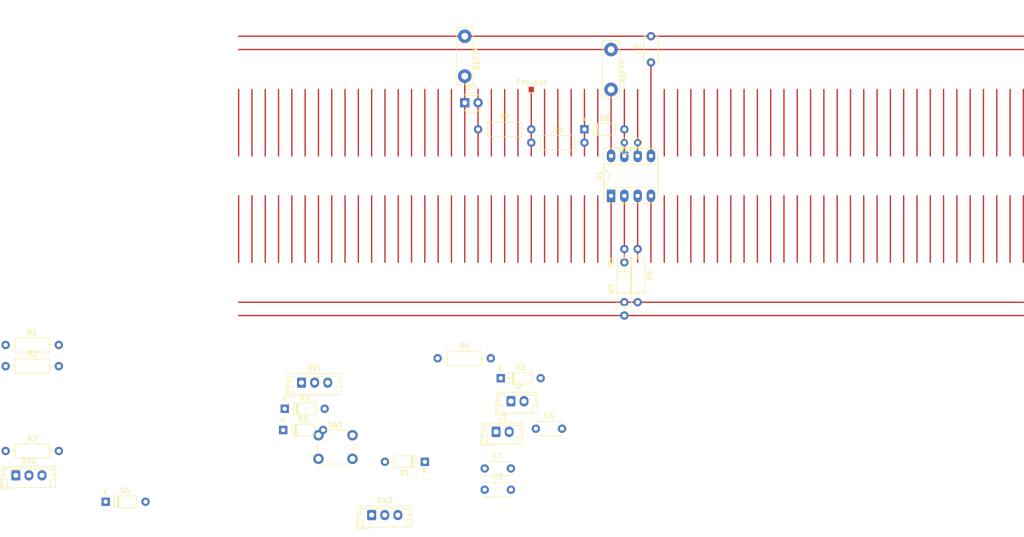
<source format=kicad_pcb>
(kicad_pcb (version 20171130) (host pcbnew "(5.1.9)-1")

  (general
    (thickness 1.6)
    (drawings 0)
    (tracks 128)
    (zones 0)
    (modules 31)
    (nets 21)
  )

  (page A4)
  (layers
    (0 F.Cu signal)
    (31 B.Cu signal)
    (32 B.Adhes user)
    (33 F.Adhes user)
    (34 B.Paste user)
    (35 F.Paste user)
    (36 B.SilkS user)
    (37 F.SilkS user)
    (38 B.Mask user)
    (39 F.Mask user)
    (40 Dwgs.User user)
    (41 Cmts.User user)
    (42 Eco1.User user)
    (43 Eco2.User user)
    (44 Edge.Cuts user)
    (45 Margin user)
    (46 B.CrtYd user)
    (47 F.CrtYd user)
    (48 B.Fab user)
    (49 F.Fab user)
  )

  (setup
    (last_trace_width 0.25)
    (trace_clearance 0.2)
    (zone_clearance 0.508)
    (zone_45_only no)
    (trace_min 0.2)
    (via_size 0.8)
    (via_drill 0.4)
    (via_min_size 0.4)
    (via_min_drill 0.3)
    (uvia_size 0.3)
    (uvia_drill 0.1)
    (uvias_allowed no)
    (uvia_min_size 0.2)
    (uvia_min_drill 0.1)
    (edge_width 0.05)
    (segment_width 0.2)
    (pcb_text_width 0.3)
    (pcb_text_size 1.5 1.5)
    (mod_edge_width 0.12)
    (mod_text_size 1 1)
    (mod_text_width 0.15)
    (pad_size 2.6 2.6)
    (pad_drill 1.3)
    (pad_to_mask_clearance 0)
    (aux_axis_origin 0 0)
    (visible_elements FFFFFF7F)
    (pcbplotparams
      (layerselection 0x010fc_ffffffff)
      (usegerberextensions false)
      (usegerberattributes true)
      (usegerberadvancedattributes true)
      (creategerberjobfile true)
      (excludeedgelayer true)
      (linewidth 0.100000)
      (plotframeref false)
      (viasonmask false)
      (mode 1)
      (useauxorigin false)
      (hpglpennumber 1)
      (hpglpenspeed 20)
      (hpglpendiameter 15.000000)
      (psnegative false)
      (psa4output false)
      (plotreference true)
      (plotvalue true)
      (plotinvisibletext false)
      (padsonsilk false)
      (subtractmaskfromsilk false)
      (outputformat 1)
      (mirror false)
      (drillshape 1)
      (scaleselection 1)
      (outputdirectory ""))
  )

  (net 0 "")
  (net 1 "Net-(C1-Pad2)")
  (net 2 "Net-(C1-Pad1)")
  (net 3 GND)
  (net 4 "Net-(C2-Pad1)")
  (net 5 +12V)
  (net 6 -12V)
  (net 7 "Net-(D1-Pad2)")
  (net 8 "Net-(D1-Pad1)")
  (net 9 "Net-(D2-Pad1)")
  (net 10 "Net-(D3-Pad2)")
  (net 11 "Net-(D3-Pad1)")
  (net 12 "Net-(D4-Pad2)")
  (net 13 "Net-(D4-Pad1)")
  (net 14 "Net-(D5-Pad2)")
  (net 15 "Net-(D6-Pad2)")
  (net 16 "Net-(D6-Pad1)")
  (net 17 "Net-(D7-Pad2)")
  (net 18 "Net-(R1-Pad1)")
  (net 19 "Net-(R5-Pad1)")
  (net 20 "Net-(J2-PadT)")

  (net_class Default "This is the default net class."
    (clearance 0.2)
    (trace_width 0.25)
    (via_dia 0.8)
    (via_drill 0.4)
    (uvia_dia 0.3)
    (uvia_drill 0.1)
    (add_net +12V)
    (add_net -12V)
    (add_net GND)
    (add_net "Net-(C1-Pad1)")
    (add_net "Net-(C1-Pad2)")
    (add_net "Net-(C2-Pad1)")
    (add_net "Net-(D1-Pad1)")
    (add_net "Net-(D1-Pad2)")
    (add_net "Net-(D2-Pad1)")
    (add_net "Net-(D3-Pad1)")
    (add_net "Net-(D3-Pad2)")
    (add_net "Net-(D4-Pad1)")
    (add_net "Net-(D4-Pad2)")
    (add_net "Net-(D5-Pad2)")
    (add_net "Net-(D6-Pad1)")
    (add_net "Net-(D6-Pad2)")
    (add_net "Net-(D7-Pad2)")
    (add_net "Net-(J2-PadT)")
    (add_net "Net-(R1-Pad1)")
    (add_net "Net-(R5-Pad1)")
  )

  (module TestPoint:TestPoint_Pad_1.0x1.0mm (layer F.Cu) (tedit 5A0F774F) (tstamp 6003B5B2)
    (at 132.08 83.82)
    (descr "SMD rectangular pad as test Point, square 1.0mm side length")
    (tags "test point SMD pad rectangle square")
    (attr virtual)
    (fp_text reference "Env out" (at 0 -1.448) (layer F.SilkS)
      (effects (font (size 1 1) (thickness 0.15)))
    )
    (fp_text value TestPoint_Pad_1.0x1.0mm (at 0 1.55) (layer F.Fab) hide
      (effects (font (size 1 1) (thickness 0.15)))
    )
    (fp_text user %R (at 0 -1.45) (layer F.Fab)
      (effects (font (size 1 1) (thickness 0.15)))
    )
    (fp_line (start -0.7 -0.7) (end 0.7 -0.7) (layer F.SilkS) (width 0.12))
    (fp_line (start 0.7 -0.7) (end 0.7 0.7) (layer F.SilkS) (width 0.12))
    (fp_line (start 0.7 0.7) (end -0.7 0.7) (layer F.SilkS) (width 0.12))
    (fp_line (start -0.7 0.7) (end -0.7 -0.7) (layer F.SilkS) (width 0.12))
    (fp_line (start -1 -1) (end 1 -1) (layer F.CrtYd) (width 0.05))
    (fp_line (start -1 -1) (end -1 1) (layer F.CrtYd) (width 0.05))
    (fp_line (start 1 1) (end 1 -1) (layer F.CrtYd) (width 0.05))
    (fp_line (start 1 1) (end -1 1) (layer F.CrtYd) (width 0.05))
    (pad 1 smd rect (at 0 0) (size 1 1) (layers F.Cu F.Mask))
  )

  (module TestPoint:TestPoint_Bridge_Pitch7.62mm_Drill1.3mm (layer F.Cu) (tedit 60033B8F) (tstamp 6003B211)
    (at 147.32 83.82 90)
    (descr "wire loop as test point, pitch 7.62mm, hole diameter 1.3mm, wire diameter 1.0mm")
    (tags "test point wire loop")
    (fp_text reference REF** (at 3.3 2.4 90) (layer F.SilkS)
      (effects (font (size 1 1) (thickness 0.15)))
    )
    (fp_text value TestPoint_Bridge_Pitch7.62mm_Drill1.3mm (at 1 -2.1 90) (layer F.Fab)
      (effects (font (size 1 1) (thickness 0.15)))
    )
    (fp_line (start 9.3 1.6) (end -1.6 1.6) (layer F.SilkS) (width 0.12))
    (fp_line (start -1.6 -1.6) (end 9.3 -1.6) (layer F.SilkS) (width 0.12))
    (fp_line (start 9.3 -1.6) (end 9.3 1.6) (layer F.SilkS) (width 0.12))
    (fp_line (start -1.6 1.6) (end -1.6 -1.6) (layer F.SilkS) (width 0.12))
    (fp_line (start 7.62 0) (end 0 0) (layer F.Fab) (width 0.12))
    (fp_line (start -1.8 -1.8) (end 9.42 -1.8) (layer F.CrtYd) (width 0.05))
    (fp_line (start -1.8 -1.8) (end -1.8 1.8) (layer F.CrtYd) (width 0.05))
    (fp_line (start 9.42 1.8) (end 9.42 -1.8) (layer F.CrtYd) (width 0.05))
    (fp_line (start 9.42 1.8) (end -1.8 1.8) (layer F.CrtYd) (width 0.05))
    (fp_text user %R (at 3.3 2.4 90) (layer F.Fab)
      (effects (font (size 1 1) (thickness 0.15)))
    )
    (pad 1 thru_hole circle (at 0 0 90) (size 2.6 2.6) (drill 1.3) (layers *.Cu *.Mask))
    (pad 1 thru_hole circle (at 7.62 0 90) (size 2.6 2.6) (drill 1.3) (layers *.Cu *.Mask))
    (model ${KISYS3DMOD}/TestPoint.3dshapes/TestPoint_Bridge_Pitch7.62mm_Drill1.3mm.wrl
      (at (xyz 0 0 0))
      (scale (xyz 1 1 1))
      (rotate (xyz 0 0 0))
    )
  )

  (module TestPoint:TestPoint_Bridge_Pitch2.54mm_Drill0.7mm (layer F.Cu) (tedit 5A0F774F) (tstamp 6003B094)
    (at 149.86 93.98)
    (descr "wire loop as test point, pitch 2.0mm, hole diameter 0.7mm, wire diameter 0.5mm")
    (tags "test point wire loop")
    (fp_text reference REF** (at 1.1 1.7) (layer F.SilkS)
      (effects (font (size 1 1) (thickness 0.15)))
    )
    (fp_text value TestPoint_Bridge_Pitch2.54mm_Drill0.7mm (at 1 -1.7) (layer F.Fab)
      (effects (font (size 1 1) (thickness 0.15)))
    )
    (fp_text user %R (at 1.1 1.7) (layer F.Fab)
      (effects (font (size 1 1) (thickness 0.15)))
    )
    (fp_line (start 3.4 0.9) (end -0.9 0.9) (layer F.SilkS) (width 0.12))
    (fp_line (start -0.9 -0.9) (end 3.4 -0.9) (layer F.SilkS) (width 0.12))
    (fp_line (start 2.54 0) (end 0 0) (layer F.Fab) (width 0.12))
    (fp_line (start -0.9 -0.9) (end -0.9 0.9) (layer F.SilkS) (width 0.12))
    (fp_line (start 3.4 0.9) (end 3.4 -0.9) (layer F.SilkS) (width 0.12))
    (fp_line (start -1.2 -1.2) (end 3.74 -1.2) (layer F.CrtYd) (width 0.05))
    (fp_line (start -1.2 -1.2) (end -1.2 1.2) (layer F.CrtYd) (width 0.05))
    (fp_line (start 3.74 1.2) (end 3.74 -1.2) (layer F.CrtYd) (width 0.05))
    (fp_line (start 3.74 1.2) (end -1.2 1.2) (layer F.CrtYd) (width 0.05))
    (pad 1 thru_hole circle (at 2.54 0) (size 1.4 1.4) (drill 0.7) (layers *.Cu *.Mask))
    (pad 1 thru_hole circle (at 0 0) (size 1.4 1.4) (drill 0.7) (layers *.Cu *.Mask))
    (model ${KISYS3DMOD}/TestPoint.3dshapes/TestPoint_Bridge_Pitch2.54mm_Drill0.7mm.wrl
      (at (xyz 0 0 0))
      (scale (xyz 1 1 1))
      (rotate (xyz 0 0 0))
    )
  )

  (module TestPoint:TestPoint_Bridge_Pitch7.62mm_Drill1.3mm (layer F.Cu) (tedit 60033B8F) (tstamp 6003AA9B)
    (at 119.38 81.28 90)
    (descr "wire loop as test point, pitch 7.62mm, hole diameter 1.3mm, wire diameter 1.0mm")
    (tags "test point wire loop")
    (fp_text reference REF** (at 3.3 2.4 90) (layer F.SilkS)
      (effects (font (size 1 1) (thickness 0.15)))
    )
    (fp_text value TestPoint_Bridge_Pitch7.62mm_Drill1.3mm (at 1 -2.1 90) (layer F.Fab) hide
      (effects (font (size 1 1) (thickness 0.15)))
    )
    (fp_text user %R (at 3.3 2.4 90) (layer F.Fab)
      (effects (font (size 1 1) (thickness 0.15)))
    )
    (fp_line (start 9.3 1.6) (end -1.6 1.6) (layer F.SilkS) (width 0.12))
    (fp_line (start -1.6 -1.6) (end 9.3 -1.6) (layer F.SilkS) (width 0.12))
    (fp_line (start 9.3 -1.6) (end 9.3 1.6) (layer F.SilkS) (width 0.12))
    (fp_line (start -1.6 1.6) (end -1.6 -1.6) (layer F.SilkS) (width 0.12))
    (fp_line (start 7.62 0) (end 0 0) (layer F.Fab) (width 0.12))
    (fp_line (start -1.8 -1.8) (end 9.42 -1.8) (layer F.CrtYd) (width 0.05))
    (fp_line (start -1.8 -1.8) (end -1.8 1.8) (layer F.CrtYd) (width 0.05))
    (fp_line (start 9.42 1.8) (end 9.42 -1.8) (layer F.CrtYd) (width 0.05))
    (fp_line (start 9.42 1.8) (end -1.8 1.8) (layer F.CrtYd) (width 0.05))
    (pad 1 thru_hole circle (at 7.62 0 90) (size 2.6 2.6) (drill 1.3) (layers *.Cu *.Mask)
      (net 3 GND))
    (pad 1 thru_hole circle (at 0 0 90) (size 2.6 2.6) (drill 1.3) (layers *.Cu *.Mask)
      (net 3 GND))
    (model ${KISYS3DMOD}/TestPoint.3dshapes/TestPoint_Bridge_Pitch7.62mm_Drill1.3mm.wrl
      (at (xyz 0 0 0))
      (scale (xyz 1 1 1))
      (rotate (xyz 0 0 0))
    )
  )

  (module Package_DIP:DIP-8_W7.62mm_Socket_LongPads (layer F.Cu) (tedit 5A02E8C5) (tstamp 60035048)
    (at 147.32 104.14 90)
    (descr "8-lead though-hole mounted DIP package, row spacing 7.62 mm (300 mils), Socket, LongPads")
    (tags "THT DIP DIL PDIP 2.54mm 7.62mm 300mil Socket LongPads")
    (path /5FF8D2A9)
    (fp_text reference U1 (at 3.81 -2.33 90) (layer F.SilkS)
      (effects (font (size 1 1) (thickness 0.15)))
    )
    (fp_text value TL072 (at 3.81 9.95 90) (layer F.Fab)
      (effects (font (size 1 1) (thickness 0.15)))
    )
    (fp_text user %R (at 3.81 3.81 90) (layer F.Fab)
      (effects (font (size 1 1) (thickness 0.15)))
    )
    (fp_arc (start 3.81 -1.33) (end 2.81 -1.33) (angle -180) (layer F.SilkS) (width 0.12))
    (fp_line (start 1.635 -1.27) (end 6.985 -1.27) (layer F.Fab) (width 0.1))
    (fp_line (start 6.985 -1.27) (end 6.985 8.89) (layer F.Fab) (width 0.1))
    (fp_line (start 6.985 8.89) (end 0.635 8.89) (layer F.Fab) (width 0.1))
    (fp_line (start 0.635 8.89) (end 0.635 -0.27) (layer F.Fab) (width 0.1))
    (fp_line (start 0.635 -0.27) (end 1.635 -1.27) (layer F.Fab) (width 0.1))
    (fp_line (start -1.27 -1.33) (end -1.27 8.95) (layer F.Fab) (width 0.1))
    (fp_line (start -1.27 8.95) (end 8.89 8.95) (layer F.Fab) (width 0.1))
    (fp_line (start 8.89 8.95) (end 8.89 -1.33) (layer F.Fab) (width 0.1))
    (fp_line (start 8.89 -1.33) (end -1.27 -1.33) (layer F.Fab) (width 0.1))
    (fp_line (start 2.81 -1.33) (end 1.56 -1.33) (layer F.SilkS) (width 0.12))
    (fp_line (start 1.56 -1.33) (end 1.56 8.95) (layer F.SilkS) (width 0.12))
    (fp_line (start 1.56 8.95) (end 6.06 8.95) (layer F.SilkS) (width 0.12))
    (fp_line (start 6.06 8.95) (end 6.06 -1.33) (layer F.SilkS) (width 0.12))
    (fp_line (start 6.06 -1.33) (end 4.81 -1.33) (layer F.SilkS) (width 0.12))
    (fp_line (start -1.44 -1.39) (end -1.44 9.01) (layer F.SilkS) (width 0.12))
    (fp_line (start -1.44 9.01) (end 9.06 9.01) (layer F.SilkS) (width 0.12))
    (fp_line (start 9.06 9.01) (end 9.06 -1.39) (layer F.SilkS) (width 0.12))
    (fp_line (start 9.06 -1.39) (end -1.44 -1.39) (layer F.SilkS) (width 0.12))
    (fp_line (start -1.55 -1.6) (end -1.55 9.2) (layer F.CrtYd) (width 0.05))
    (fp_line (start -1.55 9.2) (end 9.15 9.2) (layer F.CrtYd) (width 0.05))
    (fp_line (start 9.15 9.2) (end 9.15 -1.6) (layer F.CrtYd) (width 0.05))
    (fp_line (start 9.15 -1.6) (end -1.55 -1.6) (layer F.CrtYd) (width 0.05))
    (pad 8 thru_hole oval (at 7.62 0 90) (size 2.4 1.6) (drill 0.8) (layers *.Cu *.Mask)
      (net 5 +12V))
    (pad 4 thru_hole oval (at 0 7.62 90) (size 2.4 1.6) (drill 0.8) (layers *.Cu *.Mask)
      (net 6 -12V))
    (pad 7 thru_hole oval (at 7.62 2.54 90) (size 2.4 1.6) (drill 0.8) (layers *.Cu *.Mask)
      (net 15 "Net-(D6-Pad2)"))
    (pad 3 thru_hole oval (at 0 5.08 90) (size 2.4 1.6) (drill 0.8) (layers *.Cu *.Mask)
      (net 11 "Net-(D3-Pad1)"))
    (pad 6 thru_hole oval (at 7.62 5.08 90) (size 2.4 1.6) (drill 0.8) (layers *.Cu *.Mask)
      (net 15 "Net-(D6-Pad2)"))
    (pad 2 thru_hole oval (at 0 2.54 90) (size 2.4 1.6) (drill 0.8) (layers *.Cu *.Mask)
      (net 19 "Net-(R5-Pad1)"))
    (pad 5 thru_hole oval (at 7.62 7.62 90) (size 2.4 1.6) (drill 0.8) (layers *.Cu *.Mask)
      (net 4 "Net-(C2-Pad1)"))
    (pad 1 thru_hole rect (at 0 0 90) (size 2.4 1.6) (drill 0.8) (layers *.Cu *.Mask)
      (net 12 "Net-(D4-Pad2)"))
    (model ${KISYS3DMOD}/Package_DIP.3dshapes/DIP-8_W7.62mm_Socket.wrl
      (at (xyz 0 0 0))
      (scale (xyz 1 1 1))
      (rotate (xyz 0 0 0))
    )
  )

  (module Connector_JST:JST_EH_B3B-EH-A_1x03_P2.50mm_Vertical (layer F.Cu) (tedit 5C28142C) (tstamp 60035024)
    (at 101.6 165.1)
    (descr "JST EH series connector, B3B-EH-A (http://www.jst-mfg.com/product/pdf/eng/eEH.pdf), generated with kicad-footprint-generator")
    (tags "connector JST EH vertical")
    (path /5FFF24FB)
    (fp_text reference SW2 (at 2.5 -2.8) (layer F.SilkS)
      (effects (font (size 1 1) (thickness 0.15)))
    )
    (fp_text value SW_SPDT (at 2.5 3.4) (layer F.Fab)
      (effects (font (size 1 1) (thickness 0.15)))
    )
    (fp_text user %R (at 2.5 1.5) (layer F.Fab)
      (effects (font (size 1 1) (thickness 0.15)))
    )
    (fp_line (start -2.5 -1.6) (end -2.5 2.2) (layer F.Fab) (width 0.1))
    (fp_line (start -2.5 2.2) (end 7.5 2.2) (layer F.Fab) (width 0.1))
    (fp_line (start 7.5 2.2) (end 7.5 -1.6) (layer F.Fab) (width 0.1))
    (fp_line (start 7.5 -1.6) (end -2.5 -1.6) (layer F.Fab) (width 0.1))
    (fp_line (start -3 -2.1) (end -3 2.7) (layer F.CrtYd) (width 0.05))
    (fp_line (start -3 2.7) (end 8 2.7) (layer F.CrtYd) (width 0.05))
    (fp_line (start 8 2.7) (end 8 -2.1) (layer F.CrtYd) (width 0.05))
    (fp_line (start 8 -2.1) (end -3 -2.1) (layer F.CrtYd) (width 0.05))
    (fp_line (start -2.61 -1.71) (end -2.61 2.31) (layer F.SilkS) (width 0.12))
    (fp_line (start -2.61 2.31) (end 7.61 2.31) (layer F.SilkS) (width 0.12))
    (fp_line (start 7.61 2.31) (end 7.61 -1.71) (layer F.SilkS) (width 0.12))
    (fp_line (start 7.61 -1.71) (end -2.61 -1.71) (layer F.SilkS) (width 0.12))
    (fp_line (start -2.61 0) (end -2.11 0) (layer F.SilkS) (width 0.12))
    (fp_line (start -2.11 0) (end -2.11 -1.21) (layer F.SilkS) (width 0.12))
    (fp_line (start -2.11 -1.21) (end 7.11 -1.21) (layer F.SilkS) (width 0.12))
    (fp_line (start 7.11 -1.21) (end 7.11 0) (layer F.SilkS) (width 0.12))
    (fp_line (start 7.11 0) (end 7.61 0) (layer F.SilkS) (width 0.12))
    (fp_line (start -2.61 0.81) (end -1.61 0.81) (layer F.SilkS) (width 0.12))
    (fp_line (start -1.61 0.81) (end -1.61 2.31) (layer F.SilkS) (width 0.12))
    (fp_line (start 7.61 0.81) (end 6.61 0.81) (layer F.SilkS) (width 0.12))
    (fp_line (start 6.61 0.81) (end 6.61 2.31) (layer F.SilkS) (width 0.12))
    (fp_line (start -2.91 0.11) (end -2.91 2.61) (layer F.SilkS) (width 0.12))
    (fp_line (start -2.91 2.61) (end -0.41 2.61) (layer F.SilkS) (width 0.12))
    (fp_line (start -2.91 0.11) (end -2.91 2.61) (layer F.Fab) (width 0.1))
    (fp_line (start -2.91 2.61) (end -0.41 2.61) (layer F.Fab) (width 0.1))
    (pad 3 thru_hole oval (at 5 0) (size 1.7 1.95) (drill 0.95) (layers *.Cu *.Mask)
      (net 18 "Net-(R1-Pad1)"))
    (pad 2 thru_hole oval (at 2.5 0) (size 1.7 1.95) (drill 0.95) (layers *.Cu *.Mask)
      (net 8 "Net-(D1-Pad1)"))
    (pad 1 thru_hole roundrect (at 0 0) (size 1.7 1.95) (drill 0.95) (layers *.Cu *.Mask) (roundrect_rratio 0.147059)
      (net 2 "Net-(C1-Pad1)"))
    (model ${KISYS3DMOD}/Connector_JST.3dshapes/JST_EH_B3B-EH-A_1x03_P2.50mm_Vertical.wrl
      (at (xyz 0 0 0))
      (scale (xyz 1 1 1))
      (rotate (xyz 0 0 0))
    )
  )

  (module Button_Switch_THT:SW_PUSH_6mm (layer F.Cu) (tedit 5A02FE31) (tstamp 600359F4)
    (at 91.44 149.86)
    (descr https://www.omron.com/ecb/products/pdf/en-b3f.pdf)
    (tags "tact sw push 6mm")
    (path /5FFF59E2)
    (fp_text reference SW1 (at 3.25 -2) (layer F.SilkS)
      (effects (font (size 1 1) (thickness 0.15)))
    )
    (fp_text value SW_Push (at 3.75 6.7) (layer F.Fab)
      (effects (font (size 1 1) (thickness 0.15)))
    )
    (fp_text user %R (at 3.25 2.25) (layer F.Fab)
      (effects (font (size 1 1) (thickness 0.15)))
    )
    (fp_line (start 3.25 -0.75) (end 6.25 -0.75) (layer F.Fab) (width 0.1))
    (fp_line (start 6.25 -0.75) (end 6.25 5.25) (layer F.Fab) (width 0.1))
    (fp_line (start 6.25 5.25) (end 0.25 5.25) (layer F.Fab) (width 0.1))
    (fp_line (start 0.25 5.25) (end 0.25 -0.75) (layer F.Fab) (width 0.1))
    (fp_line (start 0.25 -0.75) (end 3.25 -0.75) (layer F.Fab) (width 0.1))
    (fp_line (start 7.75 6) (end 8 6) (layer F.CrtYd) (width 0.05))
    (fp_line (start 8 6) (end 8 5.75) (layer F.CrtYd) (width 0.05))
    (fp_line (start 7.75 -1.5) (end 8 -1.5) (layer F.CrtYd) (width 0.05))
    (fp_line (start 8 -1.5) (end 8 -1.25) (layer F.CrtYd) (width 0.05))
    (fp_line (start -1.5 -1.25) (end -1.5 -1.5) (layer F.CrtYd) (width 0.05))
    (fp_line (start -1.5 -1.5) (end -1.25 -1.5) (layer F.CrtYd) (width 0.05))
    (fp_line (start -1.5 5.75) (end -1.5 6) (layer F.CrtYd) (width 0.05))
    (fp_line (start -1.5 6) (end -1.25 6) (layer F.CrtYd) (width 0.05))
    (fp_line (start -1.25 -1.5) (end 7.75 -1.5) (layer F.CrtYd) (width 0.05))
    (fp_line (start -1.5 5.75) (end -1.5 -1.25) (layer F.CrtYd) (width 0.05))
    (fp_line (start 7.75 6) (end -1.25 6) (layer F.CrtYd) (width 0.05))
    (fp_line (start 8 -1.25) (end 8 5.75) (layer F.CrtYd) (width 0.05))
    (fp_line (start 1 5.5) (end 5.5 5.5) (layer F.SilkS) (width 0.12))
    (fp_line (start -0.25 1.5) (end -0.25 3) (layer F.SilkS) (width 0.12))
    (fp_line (start 5.5 -1) (end 1 -1) (layer F.SilkS) (width 0.12))
    (fp_line (start 6.75 3) (end 6.75 1.5) (layer F.SilkS) (width 0.12))
    (fp_circle (center 3.25 2.25) (end 1.25 2.5) (layer F.Fab) (width 0.1))
    (pad 1 thru_hole circle (at 6.5 0 90) (size 2 2) (drill 1.1) (layers *.Cu *.Mask)
      (net 5 +12V))
    (pad 2 thru_hole circle (at 6.5 4.5 90) (size 2 2) (drill 1.1) (layers *.Cu *.Mask)
      (net 8 "Net-(D1-Pad1)"))
    (pad 1 thru_hole circle (at 0 0 90) (size 2 2) (drill 1.1) (layers *.Cu *.Mask)
      (net 5 +12V))
    (pad 2 thru_hole circle (at 0 4.5 90) (size 2 2) (drill 1.1) (layers *.Cu *.Mask)
      (net 8 "Net-(D1-Pad1)"))
    (model ${KISYS3DMOD}/Button_Switch_THT.3dshapes/SW_PUSH_6mm.wrl
      (at (xyz 0 0 0))
      (scale (xyz 1 1 1))
      (rotate (xyz 0 0 0))
    )
  )

  (module Connector_JST:JST_EH_B3B-EH-A_1x03_P2.50mm_Vertical (layer F.Cu) (tedit 5C28142C) (tstamp 60034FE4)
    (at 33.65 157.52)
    (descr "JST EH series connector, B3B-EH-A (http://www.jst-mfg.com/product/pdf/eng/eEH.pdf), generated with kicad-footprint-generator")
    (tags "connector JST EH vertical")
    (path /5FFB0F35)
    (fp_text reference RV2 (at 2.5 -2.8) (layer F.SilkS)
      (effects (font (size 1 1) (thickness 0.15)))
    )
    (fp_text value Release (at 2.5 3.4) (layer F.Fab)
      (effects (font (size 1 1) (thickness 0.15)))
    )
    (fp_text user %R (at 2.5 1.5) (layer F.Fab)
      (effects (font (size 1 1) (thickness 0.15)))
    )
    (fp_line (start -2.5 -1.6) (end -2.5 2.2) (layer F.Fab) (width 0.1))
    (fp_line (start -2.5 2.2) (end 7.5 2.2) (layer F.Fab) (width 0.1))
    (fp_line (start 7.5 2.2) (end 7.5 -1.6) (layer F.Fab) (width 0.1))
    (fp_line (start 7.5 -1.6) (end -2.5 -1.6) (layer F.Fab) (width 0.1))
    (fp_line (start -3 -2.1) (end -3 2.7) (layer F.CrtYd) (width 0.05))
    (fp_line (start -3 2.7) (end 8 2.7) (layer F.CrtYd) (width 0.05))
    (fp_line (start 8 2.7) (end 8 -2.1) (layer F.CrtYd) (width 0.05))
    (fp_line (start 8 -2.1) (end -3 -2.1) (layer F.CrtYd) (width 0.05))
    (fp_line (start -2.61 -1.71) (end -2.61 2.31) (layer F.SilkS) (width 0.12))
    (fp_line (start -2.61 2.31) (end 7.61 2.31) (layer F.SilkS) (width 0.12))
    (fp_line (start 7.61 2.31) (end 7.61 -1.71) (layer F.SilkS) (width 0.12))
    (fp_line (start 7.61 -1.71) (end -2.61 -1.71) (layer F.SilkS) (width 0.12))
    (fp_line (start -2.61 0) (end -2.11 0) (layer F.SilkS) (width 0.12))
    (fp_line (start -2.11 0) (end -2.11 -1.21) (layer F.SilkS) (width 0.12))
    (fp_line (start -2.11 -1.21) (end 7.11 -1.21) (layer F.SilkS) (width 0.12))
    (fp_line (start 7.11 -1.21) (end 7.11 0) (layer F.SilkS) (width 0.12))
    (fp_line (start 7.11 0) (end 7.61 0) (layer F.SilkS) (width 0.12))
    (fp_line (start -2.61 0.81) (end -1.61 0.81) (layer F.SilkS) (width 0.12))
    (fp_line (start -1.61 0.81) (end -1.61 2.31) (layer F.SilkS) (width 0.12))
    (fp_line (start 7.61 0.81) (end 6.61 0.81) (layer F.SilkS) (width 0.12))
    (fp_line (start 6.61 0.81) (end 6.61 2.31) (layer F.SilkS) (width 0.12))
    (fp_line (start -2.91 0.11) (end -2.91 2.61) (layer F.SilkS) (width 0.12))
    (fp_line (start -2.91 2.61) (end -0.41 2.61) (layer F.SilkS) (width 0.12))
    (fp_line (start -2.91 0.11) (end -2.91 2.61) (layer F.Fab) (width 0.1))
    (fp_line (start -2.91 2.61) (end -0.41 2.61) (layer F.Fab) (width 0.1))
    (pad 3 thru_hole oval (at 5 0) (size 1.7 1.95) (drill 0.95) (layers *.Cu *.Mask)
      (net 14 "Net-(D5-Pad2)"))
    (pad 2 thru_hole oval (at 2.5 0) (size 1.7 1.95) (drill 0.95) (layers *.Cu *.Mask)
      (net 4 "Net-(C2-Pad1)"))
    (pad 1 thru_hole roundrect (at 0 0) (size 1.7 1.95) (drill 0.95) (layers *.Cu *.Mask) (roundrect_rratio 0.147059)
      (net 4 "Net-(C2-Pad1)"))
    (model ${KISYS3DMOD}/Connector_JST.3dshapes/JST_EH_B3B-EH-A_1x03_P2.50mm_Vertical.wrl
      (at (xyz 0 0 0))
      (scale (xyz 1 1 1))
      (rotate (xyz 0 0 0))
    )
  )

  (module Connector_JST:JST_EH_B3B-EH-A_1x03_P2.50mm_Vertical (layer F.Cu) (tedit 5C28142C) (tstamp 60034FC3)
    (at 88.21 139.81)
    (descr "JST EH series connector, B3B-EH-A (http://www.jst-mfg.com/product/pdf/eng/eEH.pdf), generated with kicad-footprint-generator")
    (tags "connector JST EH vertical")
    (path /5FFB283F)
    (fp_text reference RV1 (at 2.5 -2.8) (layer F.SilkS)
      (effects (font (size 1 1) (thickness 0.15)))
    )
    (fp_text value Attack (at 2.5 3.4) (layer F.Fab)
      (effects (font (size 1 1) (thickness 0.15)))
    )
    (fp_text user %R (at 2.5 1.5) (layer F.Fab)
      (effects (font (size 1 1) (thickness 0.15)))
    )
    (fp_line (start -2.5 -1.6) (end -2.5 2.2) (layer F.Fab) (width 0.1))
    (fp_line (start -2.5 2.2) (end 7.5 2.2) (layer F.Fab) (width 0.1))
    (fp_line (start 7.5 2.2) (end 7.5 -1.6) (layer F.Fab) (width 0.1))
    (fp_line (start 7.5 -1.6) (end -2.5 -1.6) (layer F.Fab) (width 0.1))
    (fp_line (start -3 -2.1) (end -3 2.7) (layer F.CrtYd) (width 0.05))
    (fp_line (start -3 2.7) (end 8 2.7) (layer F.CrtYd) (width 0.05))
    (fp_line (start 8 2.7) (end 8 -2.1) (layer F.CrtYd) (width 0.05))
    (fp_line (start 8 -2.1) (end -3 -2.1) (layer F.CrtYd) (width 0.05))
    (fp_line (start -2.61 -1.71) (end -2.61 2.31) (layer F.SilkS) (width 0.12))
    (fp_line (start -2.61 2.31) (end 7.61 2.31) (layer F.SilkS) (width 0.12))
    (fp_line (start 7.61 2.31) (end 7.61 -1.71) (layer F.SilkS) (width 0.12))
    (fp_line (start 7.61 -1.71) (end -2.61 -1.71) (layer F.SilkS) (width 0.12))
    (fp_line (start -2.61 0) (end -2.11 0) (layer F.SilkS) (width 0.12))
    (fp_line (start -2.11 0) (end -2.11 -1.21) (layer F.SilkS) (width 0.12))
    (fp_line (start -2.11 -1.21) (end 7.11 -1.21) (layer F.SilkS) (width 0.12))
    (fp_line (start 7.11 -1.21) (end 7.11 0) (layer F.SilkS) (width 0.12))
    (fp_line (start 7.11 0) (end 7.61 0) (layer F.SilkS) (width 0.12))
    (fp_line (start -2.61 0.81) (end -1.61 0.81) (layer F.SilkS) (width 0.12))
    (fp_line (start -1.61 0.81) (end -1.61 2.31) (layer F.SilkS) (width 0.12))
    (fp_line (start 7.61 0.81) (end 6.61 0.81) (layer F.SilkS) (width 0.12))
    (fp_line (start 6.61 0.81) (end 6.61 2.31) (layer F.SilkS) (width 0.12))
    (fp_line (start -2.91 0.11) (end -2.91 2.61) (layer F.SilkS) (width 0.12))
    (fp_line (start -2.91 2.61) (end -0.41 2.61) (layer F.SilkS) (width 0.12))
    (fp_line (start -2.91 0.11) (end -2.91 2.61) (layer F.Fab) (width 0.1))
    (fp_line (start -2.91 2.61) (end -0.41 2.61) (layer F.Fab) (width 0.1))
    (pad 3 thru_hole oval (at 5 0) (size 1.7 1.95) (drill 0.95) (layers *.Cu *.Mask)
      (net 13 "Net-(D4-Pad1)"))
    (pad 2 thru_hole oval (at 2.5 0) (size 1.7 1.95) (drill 0.95) (layers *.Cu *.Mask)
      (net 4 "Net-(C2-Pad1)"))
    (pad 1 thru_hole roundrect (at 0 0) (size 1.7 1.95) (drill 0.95) (layers *.Cu *.Mask) (roundrect_rratio 0.147059)
      (net 4 "Net-(C2-Pad1)"))
    (model ${KISYS3DMOD}/Connector_JST.3dshapes/JST_EH_B3B-EH-A_1x03_P2.50mm_Vertical.wrl
      (at (xyz 0 0 0))
      (scale (xyz 1 1 1))
      (rotate (xyz 0 0 0))
    )
  )

  (module Resistor_THT:R_Axial_DIN0207_L6.3mm_D2.5mm_P10.16mm_Horizontal (layer F.Cu) (tedit 5AE5139B) (tstamp 60034FA2)
    (at 121.92 91.44)
    (descr "Resistor, Axial_DIN0207 series, Axial, Horizontal, pin pitch=10.16mm, 0.25W = 1/4W, length*diameter=6.3*2.5mm^2, http://cdn-reichelt.de/documents/datenblatt/B400/1_4W%23YAG.pdf")
    (tags "Resistor Axial_DIN0207 series Axial Horizontal pin pitch 10.16mm 0.25W = 1/4W length 6.3mm diameter 2.5mm")
    (path /5FFABA5E)
    (fp_text reference R9 (at 5.08 -2.37) (layer F.SilkS)
      (effects (font (size 1 1) (thickness 0.15)))
    )
    (fp_text value 1k (at 5.08 2.37) (layer F.Fab)
      (effects (font (size 1 1) (thickness 0.15)))
    )
    (fp_text user %R (at 5.08 0) (layer F.Fab)
      (effects (font (size 1 1) (thickness 0.15)))
    )
    (fp_line (start 1.93 -1.25) (end 1.93 1.25) (layer F.Fab) (width 0.1))
    (fp_line (start 1.93 1.25) (end 8.23 1.25) (layer F.Fab) (width 0.1))
    (fp_line (start 8.23 1.25) (end 8.23 -1.25) (layer F.Fab) (width 0.1))
    (fp_line (start 8.23 -1.25) (end 1.93 -1.25) (layer F.Fab) (width 0.1))
    (fp_line (start 0 0) (end 1.93 0) (layer F.Fab) (width 0.1))
    (fp_line (start 10.16 0) (end 8.23 0) (layer F.Fab) (width 0.1))
    (fp_line (start 1.81 -1.37) (end 1.81 1.37) (layer F.SilkS) (width 0.12))
    (fp_line (start 1.81 1.37) (end 8.35 1.37) (layer F.SilkS) (width 0.12))
    (fp_line (start 8.35 1.37) (end 8.35 -1.37) (layer F.SilkS) (width 0.12))
    (fp_line (start 8.35 -1.37) (end 1.81 -1.37) (layer F.SilkS) (width 0.12))
    (fp_line (start 1.04 0) (end 1.81 0) (layer F.SilkS) (width 0.12))
    (fp_line (start 9.12 0) (end 8.35 0) (layer F.SilkS) (width 0.12))
    (fp_line (start -1.05 -1.5) (end -1.05 1.5) (layer F.CrtYd) (width 0.05))
    (fp_line (start -1.05 1.5) (end 11.21 1.5) (layer F.CrtYd) (width 0.05))
    (fp_line (start 11.21 1.5) (end 11.21 -1.5) (layer F.CrtYd) (width 0.05))
    (fp_line (start 11.21 -1.5) (end -1.05 -1.5) (layer F.CrtYd) (width 0.05))
    (pad 2 thru_hole oval (at 10.16 0) (size 1.6 1.6) (drill 0.8) (layers *.Cu *.Mask)
      (net 20 "Net-(J2-PadT)"))
    (pad 1 thru_hole circle (at 0 0) (size 1.6 1.6) (drill 0.8) (layers *.Cu *.Mask)
      (net 17 "Net-(D7-Pad2)"))
    (model ${KISYS3DMOD}/Resistor_THT.3dshapes/R_Axial_DIN0207_L6.3mm_D2.5mm_P10.16mm_Horizontal.wrl
      (at (xyz 0 0 0))
      (scale (xyz 1 1 1))
      (rotate (xyz 0 0 0))
    )
  )

  (module Resistor_THT:R_Axial_DIN0207_L6.3mm_D2.5mm_P10.16mm_Horizontal (layer F.Cu) (tedit 5AE5139B) (tstamp 60034F8B)
    (at 132.08 93.98)
    (descr "Resistor, Axial_DIN0207 series, Axial, Horizontal, pin pitch=10.16mm, 0.25W = 1/4W, length*diameter=6.3*2.5mm^2, http://cdn-reichelt.de/documents/datenblatt/B400/1_4W%23YAG.pdf")
    (tags "Resistor Axial_DIN0207 series Axial Horizontal pin pitch 10.16mm 0.25W = 1/4W length 6.3mm diameter 2.5mm")
    (path /5FFA7C59)
    (fp_text reference R8 (at 5.08 -2.37) (layer F.SilkS)
      (effects (font (size 1 1) (thickness 0.15)))
    )
    (fp_text value 1k (at 5.08 2.37) (layer F.Fab)
      (effects (font (size 1 1) (thickness 0.15)))
    )
    (fp_text user %R (at 5.08 0) (layer F.Fab)
      (effects (font (size 1 1) (thickness 0.15)))
    )
    (fp_line (start 1.93 -1.25) (end 1.93 1.25) (layer F.Fab) (width 0.1))
    (fp_line (start 1.93 1.25) (end 8.23 1.25) (layer F.Fab) (width 0.1))
    (fp_line (start 8.23 1.25) (end 8.23 -1.25) (layer F.Fab) (width 0.1))
    (fp_line (start 8.23 -1.25) (end 1.93 -1.25) (layer F.Fab) (width 0.1))
    (fp_line (start 0 0) (end 1.93 0) (layer F.Fab) (width 0.1))
    (fp_line (start 10.16 0) (end 8.23 0) (layer F.Fab) (width 0.1))
    (fp_line (start 1.81 -1.37) (end 1.81 1.37) (layer F.SilkS) (width 0.12))
    (fp_line (start 1.81 1.37) (end 8.35 1.37) (layer F.SilkS) (width 0.12))
    (fp_line (start 8.35 1.37) (end 8.35 -1.37) (layer F.SilkS) (width 0.12))
    (fp_line (start 8.35 -1.37) (end 1.81 -1.37) (layer F.SilkS) (width 0.12))
    (fp_line (start 1.04 0) (end 1.81 0) (layer F.SilkS) (width 0.12))
    (fp_line (start 9.12 0) (end 8.35 0) (layer F.SilkS) (width 0.12))
    (fp_line (start -1.05 -1.5) (end -1.05 1.5) (layer F.CrtYd) (width 0.05))
    (fp_line (start -1.05 1.5) (end 11.21 1.5) (layer F.CrtYd) (width 0.05))
    (fp_line (start 11.21 1.5) (end 11.21 -1.5) (layer F.CrtYd) (width 0.05))
    (fp_line (start 11.21 -1.5) (end -1.05 -1.5) (layer F.CrtYd) (width 0.05))
    (pad 2 thru_hole oval (at 10.16 0) (size 1.6 1.6) (drill 0.8) (layers *.Cu *.Mask)
      (net 16 "Net-(D6-Pad1)"))
    (pad 1 thru_hole circle (at 0 0) (size 1.6 1.6) (drill 0.8) (layers *.Cu *.Mask)
      (net 20 "Net-(J2-PadT)"))
    (model ${KISYS3DMOD}/Resistor_THT.3dshapes/R_Axial_DIN0207_L6.3mm_D2.5mm_P10.16mm_Horizontal.wrl
      (at (xyz 0 0 0))
      (scale (xyz 1 1 1))
      (rotate (xyz 0 0 0))
    )
  )

  (module Resistor_THT:R_Axial_DIN0207_L6.3mm_D2.5mm_P10.16mm_Horizontal (layer F.Cu) (tedit 5AE5139B) (tstamp 60034F74)
    (at 149.86 127 90)
    (descr "Resistor, Axial_DIN0207 series, Axial, Horizontal, pin pitch=10.16mm, 0.25W = 1/4W, length*diameter=6.3*2.5mm^2, http://cdn-reichelt.de/documents/datenblatt/B400/1_4W%23YAG.pdf")
    (tags "Resistor Axial_DIN0207 series Axial Horizontal pin pitch 10.16mm 0.25W = 1/4W length 6.3mm diameter 2.5mm")
    (path /5FF9DB7A)
    (fp_text reference R7 (at 5.08 -2.37 90) (layer F.SilkS)
      (effects (font (size 1 1) (thickness 0.15)))
    )
    (fp_text value 47k (at 5.08 2.37 90) (layer F.Fab)
      (effects (font (size 1 1) (thickness 0.15)))
    )
    (fp_text user %R (at 5.08 0 90) (layer F.Fab)
      (effects (font (size 1 1) (thickness 0.15)))
    )
    (fp_line (start 1.93 -1.25) (end 1.93 1.25) (layer F.Fab) (width 0.1))
    (fp_line (start 1.93 1.25) (end 8.23 1.25) (layer F.Fab) (width 0.1))
    (fp_line (start 8.23 1.25) (end 8.23 -1.25) (layer F.Fab) (width 0.1))
    (fp_line (start 8.23 -1.25) (end 1.93 -1.25) (layer F.Fab) (width 0.1))
    (fp_line (start 0 0) (end 1.93 0) (layer F.Fab) (width 0.1))
    (fp_line (start 10.16 0) (end 8.23 0) (layer F.Fab) (width 0.1))
    (fp_line (start 1.81 -1.37) (end 1.81 1.37) (layer F.SilkS) (width 0.12))
    (fp_line (start 1.81 1.37) (end 8.35 1.37) (layer F.SilkS) (width 0.12))
    (fp_line (start 8.35 1.37) (end 8.35 -1.37) (layer F.SilkS) (width 0.12))
    (fp_line (start 8.35 -1.37) (end 1.81 -1.37) (layer F.SilkS) (width 0.12))
    (fp_line (start 1.04 0) (end 1.81 0) (layer F.SilkS) (width 0.12))
    (fp_line (start 9.12 0) (end 8.35 0) (layer F.SilkS) (width 0.12))
    (fp_line (start -1.05 -1.5) (end -1.05 1.5) (layer F.CrtYd) (width 0.05))
    (fp_line (start -1.05 1.5) (end 11.21 1.5) (layer F.CrtYd) (width 0.05))
    (fp_line (start 11.21 1.5) (end 11.21 -1.5) (layer F.CrtYd) (width 0.05))
    (fp_line (start 11.21 -1.5) (end -1.05 -1.5) (layer F.CrtYd) (width 0.05))
    (pad 2 thru_hole oval (at 10.16 0 90) (size 1.6 1.6) (drill 0.8) (layers *.Cu *.Mask)
      (net 19 "Net-(R5-Pad1)"))
    (pad 1 thru_hole circle (at 0 0 90) (size 1.6 1.6) (drill 0.8) (layers *.Cu *.Mask)
      (net 5 +12V))
    (model ${KISYS3DMOD}/Resistor_THT.3dshapes/R_Axial_DIN0207_L6.3mm_D2.5mm_P10.16mm_Horizontal.wrl
      (at (xyz 0 0 0))
      (scale (xyz 1 1 1))
      (rotate (xyz 0 0 0))
    )
  )

  (module Resistor_THT:R_Axial_DIN0207_L6.3mm_D2.5mm_P10.16mm_Horizontal (layer F.Cu) (tedit 5AE5139B) (tstamp 60034F5D)
    (at 152.4 114.3 270)
    (descr "Resistor, Axial_DIN0207 series, Axial, Horizontal, pin pitch=10.16mm, 0.25W = 1/4W, length*diameter=6.3*2.5mm^2, http://cdn-reichelt.de/documents/datenblatt/B400/1_4W%23YAG.pdf")
    (tags "Resistor Axial_DIN0207 series Axial Horizontal pin pitch 10.16mm 0.25W = 1/4W length 6.3mm diameter 2.5mm")
    (path /5FF9CF09)
    (fp_text reference R6 (at 5.08 -2.37 90) (layer F.SilkS)
      (effects (font (size 1 1) (thickness 0.15)))
    )
    (fp_text value 100k (at 5.08 2.37 90) (layer F.Fab)
      (effects (font (size 1 1) (thickness 0.15)))
    )
    (fp_text user %R (at 5.08 0 90) (layer F.Fab)
      (effects (font (size 1 1) (thickness 0.15)))
    )
    (fp_line (start 1.93 -1.25) (end 1.93 1.25) (layer F.Fab) (width 0.1))
    (fp_line (start 1.93 1.25) (end 8.23 1.25) (layer F.Fab) (width 0.1))
    (fp_line (start 8.23 1.25) (end 8.23 -1.25) (layer F.Fab) (width 0.1))
    (fp_line (start 8.23 -1.25) (end 1.93 -1.25) (layer F.Fab) (width 0.1))
    (fp_line (start 0 0) (end 1.93 0) (layer F.Fab) (width 0.1))
    (fp_line (start 10.16 0) (end 8.23 0) (layer F.Fab) (width 0.1))
    (fp_line (start 1.81 -1.37) (end 1.81 1.37) (layer F.SilkS) (width 0.12))
    (fp_line (start 1.81 1.37) (end 8.35 1.37) (layer F.SilkS) (width 0.12))
    (fp_line (start 8.35 1.37) (end 8.35 -1.37) (layer F.SilkS) (width 0.12))
    (fp_line (start 8.35 -1.37) (end 1.81 -1.37) (layer F.SilkS) (width 0.12))
    (fp_line (start 1.04 0) (end 1.81 0) (layer F.SilkS) (width 0.12))
    (fp_line (start 9.12 0) (end 8.35 0) (layer F.SilkS) (width 0.12))
    (fp_line (start -1.05 -1.5) (end -1.05 1.5) (layer F.CrtYd) (width 0.05))
    (fp_line (start -1.05 1.5) (end 11.21 1.5) (layer F.CrtYd) (width 0.05))
    (fp_line (start 11.21 1.5) (end 11.21 -1.5) (layer F.CrtYd) (width 0.05))
    (fp_line (start 11.21 -1.5) (end -1.05 -1.5) (layer F.CrtYd) (width 0.05))
    (pad 2 thru_hole oval (at 10.16 0 270) (size 1.6 1.6) (drill 0.8) (layers *.Cu *.Mask)
      (net 3 GND))
    (pad 1 thru_hole circle (at 0 0 270) (size 1.6 1.6) (drill 0.8) (layers *.Cu *.Mask)
      (net 11 "Net-(D3-Pad1)"))
    (model ${KISYS3DMOD}/Resistor_THT.3dshapes/R_Axial_DIN0207_L6.3mm_D2.5mm_P10.16mm_Horizontal.wrl
      (at (xyz 0 0 0))
      (scale (xyz 1 1 1))
      (rotate (xyz 0 0 0))
    )
  )

  (module Resistor_THT:R_Axial_DIN0207_L6.3mm_D2.5mm_P10.16mm_Horizontal (layer F.Cu) (tedit 5AE5139B) (tstamp 60034F46)
    (at 149.86 114.3 270)
    (descr "Resistor, Axial_DIN0207 series, Axial, Horizontal, pin pitch=10.16mm, 0.25W = 1/4W, length*diameter=6.3*2.5mm^2, http://cdn-reichelt.de/documents/datenblatt/B400/1_4W%23YAG.pdf")
    (tags "Resistor Axial_DIN0207 series Axial Horizontal pin pitch 10.16mm 0.25W = 1/4W length 6.3mm diameter 2.5mm")
    (path /5FF9B805)
    (fp_text reference R5 (at 2.54 2.54 90) (layer F.SilkS)
      (effects (font (size 1 1) (thickness 0.15)))
    )
    (fp_text value 10k (at 5.08 2.37 90) (layer F.Fab)
      (effects (font (size 1 1) (thickness 0.15)))
    )
    (fp_text user %R (at 5.08 0 90) (layer F.Fab)
      (effects (font (size 1 1) (thickness 0.15)))
    )
    (fp_line (start 1.93 -1.25) (end 1.93 1.25) (layer F.Fab) (width 0.1))
    (fp_line (start 1.93 1.25) (end 8.23 1.25) (layer F.Fab) (width 0.1))
    (fp_line (start 8.23 1.25) (end 8.23 -1.25) (layer F.Fab) (width 0.1))
    (fp_line (start 8.23 -1.25) (end 1.93 -1.25) (layer F.Fab) (width 0.1))
    (fp_line (start 0 0) (end 1.93 0) (layer F.Fab) (width 0.1))
    (fp_line (start 10.16 0) (end 8.23 0) (layer F.Fab) (width 0.1))
    (fp_line (start 1.81 -1.37) (end 1.81 1.37) (layer F.SilkS) (width 0.12))
    (fp_line (start 1.81 1.37) (end 8.35 1.37) (layer F.SilkS) (width 0.12))
    (fp_line (start 8.35 1.37) (end 8.35 -1.37) (layer F.SilkS) (width 0.12))
    (fp_line (start 8.35 -1.37) (end 1.81 -1.37) (layer F.SilkS) (width 0.12))
    (fp_line (start 1.04 0) (end 1.81 0) (layer F.SilkS) (width 0.12))
    (fp_line (start 9.12 0) (end 8.35 0) (layer F.SilkS) (width 0.12))
    (fp_line (start -1.05 -1.5) (end -1.05 1.5) (layer F.CrtYd) (width 0.05))
    (fp_line (start -1.05 1.5) (end 11.21 1.5) (layer F.CrtYd) (width 0.05))
    (fp_line (start 11.21 1.5) (end 11.21 -1.5) (layer F.CrtYd) (width 0.05))
    (fp_line (start 11.21 -1.5) (end -1.05 -1.5) (layer F.CrtYd) (width 0.05))
    (pad 2 thru_hole oval (at 10.16 0 270) (size 1.6 1.6) (drill 0.8) (layers *.Cu *.Mask)
      (net 3 GND))
    (pad 1 thru_hole circle (at 0 0 270) (size 1.6 1.6) (drill 0.8) (layers *.Cu *.Mask)
      (net 19 "Net-(R5-Pad1)"))
    (model ${KISYS3DMOD}/Resistor_THT.3dshapes/R_Axial_DIN0207_L6.3mm_D2.5mm_P10.16mm_Horizontal.wrl
      (at (xyz 0 0 0))
      (scale (xyz 1 1 1))
      (rotate (xyz 0 0 0))
    )
  )

  (module Resistor_THT:R_Axial_DIN0207_L6.3mm_D2.5mm_P10.16mm_Horizontal (layer F.Cu) (tedit 5AE5139B) (tstamp 60034F2F)
    (at 114.2 135.16)
    (descr "Resistor, Axial_DIN0207 series, Axial, Horizontal, pin pitch=10.16mm, 0.25W = 1/4W, length*diameter=6.3*2.5mm^2, http://cdn-reichelt.de/documents/datenblatt/B400/1_4W%23YAG.pdf")
    (tags "Resistor Axial_DIN0207 series Axial Horizontal pin pitch 10.16mm 0.25W = 1/4W length 6.3mm diameter 2.5mm")
    (path /5FFFCE6D)
    (fp_text reference R4 (at 5.08 -2.37) (layer F.SilkS)
      (effects (font (size 1 1) (thickness 0.15)))
    )
    (fp_text value 100k (at 5.08 2.37) (layer F.Fab)
      (effects (font (size 1 1) (thickness 0.15)))
    )
    (fp_text user %R (at 5.08 0) (layer F.Fab)
      (effects (font (size 1 1) (thickness 0.15)))
    )
    (fp_line (start 1.93 -1.25) (end 1.93 1.25) (layer F.Fab) (width 0.1))
    (fp_line (start 1.93 1.25) (end 8.23 1.25) (layer F.Fab) (width 0.1))
    (fp_line (start 8.23 1.25) (end 8.23 -1.25) (layer F.Fab) (width 0.1))
    (fp_line (start 8.23 -1.25) (end 1.93 -1.25) (layer F.Fab) (width 0.1))
    (fp_line (start 0 0) (end 1.93 0) (layer F.Fab) (width 0.1))
    (fp_line (start 10.16 0) (end 8.23 0) (layer F.Fab) (width 0.1))
    (fp_line (start 1.81 -1.37) (end 1.81 1.37) (layer F.SilkS) (width 0.12))
    (fp_line (start 1.81 1.37) (end 8.35 1.37) (layer F.SilkS) (width 0.12))
    (fp_line (start 8.35 1.37) (end 8.35 -1.37) (layer F.SilkS) (width 0.12))
    (fp_line (start 8.35 -1.37) (end 1.81 -1.37) (layer F.SilkS) (width 0.12))
    (fp_line (start 1.04 0) (end 1.81 0) (layer F.SilkS) (width 0.12))
    (fp_line (start 9.12 0) (end 8.35 0) (layer F.SilkS) (width 0.12))
    (fp_line (start -1.05 -1.5) (end -1.05 1.5) (layer F.CrtYd) (width 0.05))
    (fp_line (start -1.05 1.5) (end 11.21 1.5) (layer F.CrtYd) (width 0.05))
    (fp_line (start 11.21 1.5) (end 11.21 -1.5) (layer F.CrtYd) (width 0.05))
    (fp_line (start 11.21 -1.5) (end -1.05 -1.5) (layer F.CrtYd) (width 0.05))
    (pad 2 thru_hole oval (at 10.16 0) (size 1.6 1.6) (drill 0.8) (layers *.Cu *.Mask)
      (net 2 "Net-(C1-Pad1)"))
    (pad 1 thru_hole circle (at 0 0) (size 1.6 1.6) (drill 0.8) (layers *.Cu *.Mask)
      (net 3 GND))
    (model ${KISYS3DMOD}/Resistor_THT.3dshapes/R_Axial_DIN0207_L6.3mm_D2.5mm_P10.16mm_Horizontal.wrl
      (at (xyz 0 0 0))
      (scale (xyz 1 1 1))
      (rotate (xyz 0 0 0))
    )
  )

  (module Resistor_THT:R_Axial_DIN0207_L6.3mm_D2.5mm_P10.16mm_Horizontal (layer F.Cu) (tedit 5AE5139B) (tstamp 60034F18)
    (at 31.7 152.87)
    (descr "Resistor, Axial_DIN0207 series, Axial, Horizontal, pin pitch=10.16mm, 0.25W = 1/4W, length*diameter=6.3*2.5mm^2, http://cdn-reichelt.de/documents/datenblatt/B400/1_4W%23YAG.pdf")
    (tags "Resistor Axial_DIN0207 series Axial Horizontal pin pitch 10.16mm 0.25W = 1/4W length 6.3mm diameter 2.5mm")
    (path /5FF9834F)
    (fp_text reference R3 (at 5.08 -2.37) (layer F.SilkS)
      (effects (font (size 1 1) (thickness 0.15)))
    )
    (fp_text value 100k (at 5.08 2.37) (layer F.Fab)
      (effects (font (size 1 1) (thickness 0.15)))
    )
    (fp_text user %R (at 5.08 0) (layer F.Fab)
      (effects (font (size 1 1) (thickness 0.15)))
    )
    (fp_line (start 1.93 -1.25) (end 1.93 1.25) (layer F.Fab) (width 0.1))
    (fp_line (start 1.93 1.25) (end 8.23 1.25) (layer F.Fab) (width 0.1))
    (fp_line (start 8.23 1.25) (end 8.23 -1.25) (layer F.Fab) (width 0.1))
    (fp_line (start 8.23 -1.25) (end 1.93 -1.25) (layer F.Fab) (width 0.1))
    (fp_line (start 0 0) (end 1.93 0) (layer F.Fab) (width 0.1))
    (fp_line (start 10.16 0) (end 8.23 0) (layer F.Fab) (width 0.1))
    (fp_line (start 1.81 -1.37) (end 1.81 1.37) (layer F.SilkS) (width 0.12))
    (fp_line (start 1.81 1.37) (end 8.35 1.37) (layer F.SilkS) (width 0.12))
    (fp_line (start 8.35 1.37) (end 8.35 -1.37) (layer F.SilkS) (width 0.12))
    (fp_line (start 8.35 -1.37) (end 1.81 -1.37) (layer F.SilkS) (width 0.12))
    (fp_line (start 1.04 0) (end 1.81 0) (layer F.SilkS) (width 0.12))
    (fp_line (start 9.12 0) (end 8.35 0) (layer F.SilkS) (width 0.12))
    (fp_line (start -1.05 -1.5) (end -1.05 1.5) (layer F.CrtYd) (width 0.05))
    (fp_line (start -1.05 1.5) (end 11.21 1.5) (layer F.CrtYd) (width 0.05))
    (fp_line (start 11.21 1.5) (end 11.21 -1.5) (layer F.CrtYd) (width 0.05))
    (fp_line (start 11.21 -1.5) (end -1.05 -1.5) (layer F.CrtYd) (width 0.05))
    (pad 2 thru_hole oval (at 10.16 0) (size 1.6 1.6) (drill 0.8) (layers *.Cu *.Mask)
      (net 18 "Net-(R1-Pad1)"))
    (pad 1 thru_hole circle (at 0 0) (size 1.6 1.6) (drill 0.8) (layers *.Cu *.Mask)
      (net 10 "Net-(D3-Pad2)"))
    (model ${KISYS3DMOD}/Resistor_THT.3dshapes/R_Axial_DIN0207_L6.3mm_D2.5mm_P10.16mm_Horizontal.wrl
      (at (xyz 0 0 0))
      (scale (xyz 1 1 1))
      (rotate (xyz 0 0 0))
    )
  )

  (module Resistor_THT:R_Axial_DIN0207_L6.3mm_D2.5mm_P10.16mm_Horizontal (layer F.Cu) (tedit 5AE5139B) (tstamp 60034F01)
    (at 31.7 136.67)
    (descr "Resistor, Axial_DIN0207 series, Axial, Horizontal, pin pitch=10.16mm, 0.25W = 1/4W, length*diameter=6.3*2.5mm^2, http://cdn-reichelt.de/documents/datenblatt/B400/1_4W%23YAG.pdf")
    (tags "Resistor Axial_DIN0207 series Axial Horizontal pin pitch 10.16mm 0.25W = 1/4W length 6.3mm diameter 2.5mm")
    (path /60011EF3)
    (fp_text reference R2 (at 5.08 -2.37) (layer F.SilkS)
      (effects (font (size 1 1) (thickness 0.15)))
    )
    (fp_text value 47k (at 5.08 2.37) (layer F.Fab)
      (effects (font (size 1 1) (thickness 0.15)))
    )
    (fp_text user %R (at 5.08 0) (layer F.Fab)
      (effects (font (size 1 1) (thickness 0.15)))
    )
    (fp_line (start 1.93 -1.25) (end 1.93 1.25) (layer F.Fab) (width 0.1))
    (fp_line (start 1.93 1.25) (end 8.23 1.25) (layer F.Fab) (width 0.1))
    (fp_line (start 8.23 1.25) (end 8.23 -1.25) (layer F.Fab) (width 0.1))
    (fp_line (start 8.23 -1.25) (end 1.93 -1.25) (layer F.Fab) (width 0.1))
    (fp_line (start 0 0) (end 1.93 0) (layer F.Fab) (width 0.1))
    (fp_line (start 10.16 0) (end 8.23 0) (layer F.Fab) (width 0.1))
    (fp_line (start 1.81 -1.37) (end 1.81 1.37) (layer F.SilkS) (width 0.12))
    (fp_line (start 1.81 1.37) (end 8.35 1.37) (layer F.SilkS) (width 0.12))
    (fp_line (start 8.35 1.37) (end 8.35 -1.37) (layer F.SilkS) (width 0.12))
    (fp_line (start 8.35 -1.37) (end 1.81 -1.37) (layer F.SilkS) (width 0.12))
    (fp_line (start 1.04 0) (end 1.81 0) (layer F.SilkS) (width 0.12))
    (fp_line (start 9.12 0) (end 8.35 0) (layer F.SilkS) (width 0.12))
    (fp_line (start -1.05 -1.5) (end -1.05 1.5) (layer F.CrtYd) (width 0.05))
    (fp_line (start -1.05 1.5) (end 11.21 1.5) (layer F.CrtYd) (width 0.05))
    (fp_line (start 11.21 1.5) (end 11.21 -1.5) (layer F.CrtYd) (width 0.05))
    (fp_line (start 11.21 -1.5) (end -1.05 -1.5) (layer F.CrtYd) (width 0.05))
    (pad 2 thru_hole oval (at 10.16 0) (size 1.6 1.6) (drill 0.8) (layers *.Cu *.Mask)
      (net 1 "Net-(C1-Pad2)"))
    (pad 1 thru_hole circle (at 0 0) (size 1.6 1.6) (drill 0.8) (layers *.Cu *.Mask)
      (net 9 "Net-(D2-Pad1)"))
    (model ${KISYS3DMOD}/Resistor_THT.3dshapes/R_Axial_DIN0207_L6.3mm_D2.5mm_P10.16mm_Horizontal.wrl
      (at (xyz 0 0 0))
      (scale (xyz 1 1 1))
      (rotate (xyz 0 0 0))
    )
  )

  (module Resistor_THT:R_Axial_DIN0207_L6.3mm_D2.5mm_P10.16mm_Horizontal (layer F.Cu) (tedit 5AE5139B) (tstamp 60034EEA)
    (at 31.7 132.62)
    (descr "Resistor, Axial_DIN0207 series, Axial, Horizontal, pin pitch=10.16mm, 0.25W = 1/4W, length*diameter=6.3*2.5mm^2, http://cdn-reichelt.de/documents/datenblatt/B400/1_4W%23YAG.pdf")
    (tags "Resistor Axial_DIN0207 series Axial Horizontal pin pitch 10.16mm 0.25W = 1/4W length 6.3mm diameter 2.5mm")
    (path /6003554E)
    (fp_text reference R1 (at 5.08 -2.37) (layer F.SilkS)
      (effects (font (size 1 1) (thickness 0.15)))
    )
    (fp_text value 100k (at 5.08 2.37) (layer F.Fab)
      (effects (font (size 1 1) (thickness 0.15)))
    )
    (fp_text user %R (at 5.08 0) (layer F.Fab)
      (effects (font (size 1 1) (thickness 0.15)))
    )
    (fp_line (start 1.93 -1.25) (end 1.93 1.25) (layer F.Fab) (width 0.1))
    (fp_line (start 1.93 1.25) (end 8.23 1.25) (layer F.Fab) (width 0.1))
    (fp_line (start 8.23 1.25) (end 8.23 -1.25) (layer F.Fab) (width 0.1))
    (fp_line (start 8.23 -1.25) (end 1.93 -1.25) (layer F.Fab) (width 0.1))
    (fp_line (start 0 0) (end 1.93 0) (layer F.Fab) (width 0.1))
    (fp_line (start 10.16 0) (end 8.23 0) (layer F.Fab) (width 0.1))
    (fp_line (start 1.81 -1.37) (end 1.81 1.37) (layer F.SilkS) (width 0.12))
    (fp_line (start 1.81 1.37) (end 8.35 1.37) (layer F.SilkS) (width 0.12))
    (fp_line (start 8.35 1.37) (end 8.35 -1.37) (layer F.SilkS) (width 0.12))
    (fp_line (start 8.35 -1.37) (end 1.81 -1.37) (layer F.SilkS) (width 0.12))
    (fp_line (start 1.04 0) (end 1.81 0) (layer F.SilkS) (width 0.12))
    (fp_line (start 9.12 0) (end 8.35 0) (layer F.SilkS) (width 0.12))
    (fp_line (start -1.05 -1.5) (end -1.05 1.5) (layer F.CrtYd) (width 0.05))
    (fp_line (start -1.05 1.5) (end 11.21 1.5) (layer F.CrtYd) (width 0.05))
    (fp_line (start 11.21 1.5) (end 11.21 -1.5) (layer F.CrtYd) (width 0.05))
    (fp_line (start 11.21 -1.5) (end -1.05 -1.5) (layer F.CrtYd) (width 0.05))
    (pad 2 thru_hole oval (at 10.16 0) (size 1.6 1.6) (drill 0.8) (layers *.Cu *.Mask)
      (net 1 "Net-(C1-Pad2)"))
    (pad 1 thru_hole circle (at 0 0) (size 1.6 1.6) (drill 0.8) (layers *.Cu *.Mask)
      (net 18 "Net-(R1-Pad1)"))
    (model ${KISYS3DMOD}/Resistor_THT.3dshapes/R_Axial_DIN0207_L6.3mm_D2.5mm_P10.16mm_Horizontal.wrl
      (at (xyz 0 0 0))
      (scale (xyz 1 1 1))
      (rotate (xyz 0 0 0))
    )
  )

  (module Connector_JST:JST_EH_B2B-EH-A_1x02_P2.50mm_Vertical (layer F.Cu) (tedit 5C28142C) (tstamp 60034ED3)
    (at 128.2 143.36)
    (descr "JST EH series connector, B2B-EH-A (http://www.jst-mfg.com/product/pdf/eng/eEH.pdf), generated with kicad-footprint-generator")
    (tags "connector JST EH vertical")
    (path /60090D31)
    (fp_text reference J2 (at 1.25 -2.8) (layer F.SilkS)
      (effects (font (size 1 1) (thickness 0.15)))
    )
    (fp_text value "Envelope out" (at 1.25 3.4) (layer F.Fab)
      (effects (font (size 1 1) (thickness 0.15)))
    )
    (fp_text user %R (at 1.25 1.5) (layer F.Fab)
      (effects (font (size 1 1) (thickness 0.15)))
    )
    (fp_line (start -2.5 -1.6) (end -2.5 2.2) (layer F.Fab) (width 0.1))
    (fp_line (start -2.5 2.2) (end 5 2.2) (layer F.Fab) (width 0.1))
    (fp_line (start 5 2.2) (end 5 -1.6) (layer F.Fab) (width 0.1))
    (fp_line (start 5 -1.6) (end -2.5 -1.6) (layer F.Fab) (width 0.1))
    (fp_line (start -3 -2.1) (end -3 2.7) (layer F.CrtYd) (width 0.05))
    (fp_line (start -3 2.7) (end 5.5 2.7) (layer F.CrtYd) (width 0.05))
    (fp_line (start 5.5 2.7) (end 5.5 -2.1) (layer F.CrtYd) (width 0.05))
    (fp_line (start 5.5 -2.1) (end -3 -2.1) (layer F.CrtYd) (width 0.05))
    (fp_line (start -2.61 -1.71) (end -2.61 2.31) (layer F.SilkS) (width 0.12))
    (fp_line (start -2.61 2.31) (end 5.11 2.31) (layer F.SilkS) (width 0.12))
    (fp_line (start 5.11 2.31) (end 5.11 -1.71) (layer F.SilkS) (width 0.12))
    (fp_line (start 5.11 -1.71) (end -2.61 -1.71) (layer F.SilkS) (width 0.12))
    (fp_line (start -2.61 0) (end -2.11 0) (layer F.SilkS) (width 0.12))
    (fp_line (start -2.11 0) (end -2.11 -1.21) (layer F.SilkS) (width 0.12))
    (fp_line (start -2.11 -1.21) (end 4.61 -1.21) (layer F.SilkS) (width 0.12))
    (fp_line (start 4.61 -1.21) (end 4.61 0) (layer F.SilkS) (width 0.12))
    (fp_line (start 4.61 0) (end 5.11 0) (layer F.SilkS) (width 0.12))
    (fp_line (start -2.61 0.81) (end -1.61 0.81) (layer F.SilkS) (width 0.12))
    (fp_line (start -1.61 0.81) (end -1.61 2.31) (layer F.SilkS) (width 0.12))
    (fp_line (start 5.11 0.81) (end 4.11 0.81) (layer F.SilkS) (width 0.12))
    (fp_line (start 4.11 0.81) (end 4.11 2.31) (layer F.SilkS) (width 0.12))
    (fp_line (start -2.91 0.11) (end -2.91 2.61) (layer F.SilkS) (width 0.12))
    (fp_line (start -2.91 2.61) (end -0.41 2.61) (layer F.SilkS) (width 0.12))
    (fp_line (start -2.91 0.11) (end -2.91 2.61) (layer F.Fab) (width 0.1))
    (fp_line (start -2.91 2.61) (end -0.41 2.61) (layer F.Fab) (width 0.1))
    (pad 2 thru_hole oval (at 2.5 0) (size 1.7 2) (drill 1) (layers *.Cu *.Mask))
    (pad 1 thru_hole roundrect (at 0 0) (size 1.7 2) (drill 1) (layers *.Cu *.Mask) (roundrect_rratio 0.147059))
    (model ${KISYS3DMOD}/Connector_JST.3dshapes/JST_EH_B2B-EH-A_1x02_P2.50mm_Vertical.wrl
      (at (xyz 0 0 0))
      (scale (xyz 1 1 1))
      (rotate (xyz 0 0 0))
    )
  )

  (module Connector_JST:JST_EH_B2B-EH-A_1x02_P2.50mm_Vertical (layer F.Cu) (tedit 5C28142C) (tstamp 60034EB3)
    (at 125.36 149.21)
    (descr "JST EH series connector, B2B-EH-A (http://www.jst-mfg.com/product/pdf/eng/eEH.pdf), generated with kicad-footprint-generator")
    (tags "connector JST EH vertical")
    (path /60088DF5)
    (fp_text reference J1 (at 1.25 -2.8) (layer F.SilkS)
      (effects (font (size 1 1) (thickness 0.15)))
    )
    (fp_text value "Gate in" (at 1.25 3.4) (layer F.Fab)
      (effects (font (size 1 1) (thickness 0.15)))
    )
    (fp_text user %R (at 1.25 1.5) (layer F.Fab)
      (effects (font (size 1 1) (thickness 0.15)))
    )
    (fp_line (start -2.5 -1.6) (end -2.5 2.2) (layer F.Fab) (width 0.1))
    (fp_line (start -2.5 2.2) (end 5 2.2) (layer F.Fab) (width 0.1))
    (fp_line (start 5 2.2) (end 5 -1.6) (layer F.Fab) (width 0.1))
    (fp_line (start 5 -1.6) (end -2.5 -1.6) (layer F.Fab) (width 0.1))
    (fp_line (start -3 -2.1) (end -3 2.7) (layer F.CrtYd) (width 0.05))
    (fp_line (start -3 2.7) (end 5.5 2.7) (layer F.CrtYd) (width 0.05))
    (fp_line (start 5.5 2.7) (end 5.5 -2.1) (layer F.CrtYd) (width 0.05))
    (fp_line (start 5.5 -2.1) (end -3 -2.1) (layer F.CrtYd) (width 0.05))
    (fp_line (start -2.61 -1.71) (end -2.61 2.31) (layer F.SilkS) (width 0.12))
    (fp_line (start -2.61 2.31) (end 5.11 2.31) (layer F.SilkS) (width 0.12))
    (fp_line (start 5.11 2.31) (end 5.11 -1.71) (layer F.SilkS) (width 0.12))
    (fp_line (start 5.11 -1.71) (end -2.61 -1.71) (layer F.SilkS) (width 0.12))
    (fp_line (start -2.61 0) (end -2.11 0) (layer F.SilkS) (width 0.12))
    (fp_line (start -2.11 0) (end -2.11 -1.21) (layer F.SilkS) (width 0.12))
    (fp_line (start -2.11 -1.21) (end 4.61 -1.21) (layer F.SilkS) (width 0.12))
    (fp_line (start 4.61 -1.21) (end 4.61 0) (layer F.SilkS) (width 0.12))
    (fp_line (start 4.61 0) (end 5.11 0) (layer F.SilkS) (width 0.12))
    (fp_line (start -2.61 0.81) (end -1.61 0.81) (layer F.SilkS) (width 0.12))
    (fp_line (start -1.61 0.81) (end -1.61 2.31) (layer F.SilkS) (width 0.12))
    (fp_line (start 5.11 0.81) (end 4.11 0.81) (layer F.SilkS) (width 0.12))
    (fp_line (start 4.11 0.81) (end 4.11 2.31) (layer F.SilkS) (width 0.12))
    (fp_line (start -2.91 0.11) (end -2.91 2.61) (layer F.SilkS) (width 0.12))
    (fp_line (start -2.91 2.61) (end -0.41 2.61) (layer F.SilkS) (width 0.12))
    (fp_line (start -2.91 0.11) (end -2.91 2.61) (layer F.Fab) (width 0.1))
    (fp_line (start -2.91 2.61) (end -0.41 2.61) (layer F.Fab) (width 0.1))
    (pad 2 thru_hole oval (at 2.5 0) (size 1.7 2) (drill 1) (layers *.Cu *.Mask))
    (pad 1 thru_hole roundrect (at 0 0) (size 1.7 2) (drill 1) (layers *.Cu *.Mask) (roundrect_rratio 0.147059))
    (model ${KISYS3DMOD}/Connector_JST.3dshapes/JST_EH_B2B-EH-A_1x02_P2.50mm_Vertical.wrl
      (at (xyz 0 0 0))
      (scale (xyz 1 1 1))
      (rotate (xyz 0 0 0))
    )
  )

  (module LED_THT:LED_D3.0mm (layer F.Cu) (tedit 587A3A7B) (tstamp 60034E93)
    (at 119.38 86.36)
    (descr "LED, diameter 3.0mm, 2 pins")
    (tags "LED diameter 3.0mm 2 pins")
    (path /5FFAC800)
    (fp_text reference D7 (at 1.27 -2.96) (layer F.SilkS)
      (effects (font (size 1 1) (thickness 0.15)))
    )
    (fp_text value LED (at 1.27 2.96) (layer F.Fab)
      (effects (font (size 1 1) (thickness 0.15)))
    )
    (fp_arc (start 1.27 0) (end 0.229039 1.08) (angle -87.9) (layer F.SilkS) (width 0.12))
    (fp_arc (start 1.27 0) (end 0.229039 -1.08) (angle 87.9) (layer F.SilkS) (width 0.12))
    (fp_arc (start 1.27 0) (end -0.29 1.235516) (angle -108.8) (layer F.SilkS) (width 0.12))
    (fp_arc (start 1.27 0) (end -0.29 -1.235516) (angle 108.8) (layer F.SilkS) (width 0.12))
    (fp_arc (start 1.27 0) (end -0.23 -1.16619) (angle 284.3) (layer F.Fab) (width 0.1))
    (fp_circle (center 1.27 0) (end 2.77 0) (layer F.Fab) (width 0.1))
    (fp_line (start -0.23 -1.16619) (end -0.23 1.16619) (layer F.Fab) (width 0.1))
    (fp_line (start -0.29 -1.236) (end -0.29 -1.08) (layer F.SilkS) (width 0.12))
    (fp_line (start -0.29 1.08) (end -0.29 1.236) (layer F.SilkS) (width 0.12))
    (fp_line (start -1.15 -2.25) (end -1.15 2.25) (layer F.CrtYd) (width 0.05))
    (fp_line (start -1.15 2.25) (end 3.7 2.25) (layer F.CrtYd) (width 0.05))
    (fp_line (start 3.7 2.25) (end 3.7 -2.25) (layer F.CrtYd) (width 0.05))
    (fp_line (start 3.7 -2.25) (end -1.15 -2.25) (layer F.CrtYd) (width 0.05))
    (pad 2 thru_hole circle (at 2.54 0) (size 1.8 1.8) (drill 0.9) (layers *.Cu *.Mask)
      (net 17 "Net-(D7-Pad2)"))
    (pad 1 thru_hole rect (at 0 0) (size 1.8 1.8) (drill 0.9) (layers *.Cu *.Mask)
      (net 3 GND))
    (model ${KISYS3DMOD}/LED_THT.3dshapes/LED_D3.0mm.wrl
      (at (xyz 0 0 0))
      (scale (xyz 1 1 1))
      (rotate (xyz 0 0 0))
    )
  )

  (module Diode_THT:D_DO-35_SOD27_P7.62mm_Horizontal (layer F.Cu) (tedit 5AE50CD5) (tstamp 60034E80)
    (at 142.24 91.44)
    (descr "Diode, DO-35_SOD27 series, Axial, Horizontal, pin pitch=7.62mm, , length*diameter=4*2mm^2, , http://www.diodes.com/_files/packages/DO-35.pdf")
    (tags "Diode DO-35_SOD27 series Axial Horizontal pin pitch 7.62mm  length 4mm diameter 2mm")
    (path /5FFA66AF)
    (fp_text reference D6 (at 3.81 -2.12) (layer F.SilkS)
      (effects (font (size 1 1) (thickness 0.15)))
    )
    (fp_text value 1N4148 (at 3.81 2.12) (layer F.Fab)
      (effects (font (size 1 1) (thickness 0.15)))
    )
    (fp_text user K (at 0 -1.8) (layer F.SilkS)
      (effects (font (size 1 1) (thickness 0.15)))
    )
    (fp_text user K (at 0 -1.8) (layer F.Fab)
      (effects (font (size 1 1) (thickness 0.15)))
    )
    (fp_text user %R (at 4.11 0) (layer F.Fab)
      (effects (font (size 0.8 0.8) (thickness 0.12)))
    )
    (fp_line (start 1.81 -1) (end 1.81 1) (layer F.Fab) (width 0.1))
    (fp_line (start 1.81 1) (end 5.81 1) (layer F.Fab) (width 0.1))
    (fp_line (start 5.81 1) (end 5.81 -1) (layer F.Fab) (width 0.1))
    (fp_line (start 5.81 -1) (end 1.81 -1) (layer F.Fab) (width 0.1))
    (fp_line (start 0 0) (end 1.81 0) (layer F.Fab) (width 0.1))
    (fp_line (start 7.62 0) (end 5.81 0) (layer F.Fab) (width 0.1))
    (fp_line (start 2.41 -1) (end 2.41 1) (layer F.Fab) (width 0.1))
    (fp_line (start 2.51 -1) (end 2.51 1) (layer F.Fab) (width 0.1))
    (fp_line (start 2.31 -1) (end 2.31 1) (layer F.Fab) (width 0.1))
    (fp_line (start 1.69 -1.12) (end 1.69 1.12) (layer F.SilkS) (width 0.12))
    (fp_line (start 1.69 1.12) (end 5.93 1.12) (layer F.SilkS) (width 0.12))
    (fp_line (start 5.93 1.12) (end 5.93 -1.12) (layer F.SilkS) (width 0.12))
    (fp_line (start 5.93 -1.12) (end 1.69 -1.12) (layer F.SilkS) (width 0.12))
    (fp_line (start 1.04 0) (end 1.69 0) (layer F.SilkS) (width 0.12))
    (fp_line (start 6.58 0) (end 5.93 0) (layer F.SilkS) (width 0.12))
    (fp_line (start 2.41 -1.12) (end 2.41 1.12) (layer F.SilkS) (width 0.12))
    (fp_line (start 2.53 -1.12) (end 2.53 1.12) (layer F.SilkS) (width 0.12))
    (fp_line (start 2.29 -1.12) (end 2.29 1.12) (layer F.SilkS) (width 0.12))
    (fp_line (start -1.05 -1.25) (end -1.05 1.25) (layer F.CrtYd) (width 0.05))
    (fp_line (start -1.05 1.25) (end 8.67 1.25) (layer F.CrtYd) (width 0.05))
    (fp_line (start 8.67 1.25) (end 8.67 -1.25) (layer F.CrtYd) (width 0.05))
    (fp_line (start 8.67 -1.25) (end -1.05 -1.25) (layer F.CrtYd) (width 0.05))
    (pad 2 thru_hole oval (at 7.62 0) (size 1.6 1.6) (drill 0.8) (layers *.Cu *.Mask)
      (net 15 "Net-(D6-Pad2)"))
    (pad 1 thru_hole rect (at 0 0) (size 1.6 1.6) (drill 0.8) (layers *.Cu *.Mask)
      (net 16 "Net-(D6-Pad1)"))
    (model ${KISYS3DMOD}/Diode_THT.3dshapes/D_DO-35_SOD27_P7.62mm_Horizontal.wrl
      (at (xyz 0 0 0))
      (scale (xyz 1 1 1))
      (rotate (xyz 0 0 0))
    )
  )

  (module Diode_THT:D_DO-35_SOD27_P7.62mm_Horizontal (layer F.Cu) (tedit 5AE50CD5) (tstamp 60034E61)
    (at 84.7 148.86)
    (descr "Diode, DO-35_SOD27 series, Axial, Horizontal, pin pitch=7.62mm, , length*diameter=4*2mm^2, , http://www.diodes.com/_files/packages/DO-35.pdf")
    (tags "Diode DO-35_SOD27 series Axial Horizontal pin pitch 7.62mm  length 4mm diameter 2mm")
    (path /5FFAF3F9)
    (fp_text reference D5 (at 3.81 -2.12) (layer F.SilkS)
      (effects (font (size 1 1) (thickness 0.15)))
    )
    (fp_text value 1N4148 (at 3.81 2.12) (layer F.Fab)
      (effects (font (size 1 1) (thickness 0.15)))
    )
    (fp_text user K (at 0 -1.8) (layer F.SilkS)
      (effects (font (size 1 1) (thickness 0.15)))
    )
    (fp_text user K (at 0 -1.8) (layer F.Fab)
      (effects (font (size 1 1) (thickness 0.15)))
    )
    (fp_text user %R (at 4.11 0) (layer F.Fab)
      (effects (font (size 0.8 0.8) (thickness 0.12)))
    )
    (fp_line (start 1.81 -1) (end 1.81 1) (layer F.Fab) (width 0.1))
    (fp_line (start 1.81 1) (end 5.81 1) (layer F.Fab) (width 0.1))
    (fp_line (start 5.81 1) (end 5.81 -1) (layer F.Fab) (width 0.1))
    (fp_line (start 5.81 -1) (end 1.81 -1) (layer F.Fab) (width 0.1))
    (fp_line (start 0 0) (end 1.81 0) (layer F.Fab) (width 0.1))
    (fp_line (start 7.62 0) (end 5.81 0) (layer F.Fab) (width 0.1))
    (fp_line (start 2.41 -1) (end 2.41 1) (layer F.Fab) (width 0.1))
    (fp_line (start 2.51 -1) (end 2.51 1) (layer F.Fab) (width 0.1))
    (fp_line (start 2.31 -1) (end 2.31 1) (layer F.Fab) (width 0.1))
    (fp_line (start 1.69 -1.12) (end 1.69 1.12) (layer F.SilkS) (width 0.12))
    (fp_line (start 1.69 1.12) (end 5.93 1.12) (layer F.SilkS) (width 0.12))
    (fp_line (start 5.93 1.12) (end 5.93 -1.12) (layer F.SilkS) (width 0.12))
    (fp_line (start 5.93 -1.12) (end 1.69 -1.12) (layer F.SilkS) (width 0.12))
    (fp_line (start 1.04 0) (end 1.69 0) (layer F.SilkS) (width 0.12))
    (fp_line (start 6.58 0) (end 5.93 0) (layer F.SilkS) (width 0.12))
    (fp_line (start 2.41 -1.12) (end 2.41 1.12) (layer F.SilkS) (width 0.12))
    (fp_line (start 2.53 -1.12) (end 2.53 1.12) (layer F.SilkS) (width 0.12))
    (fp_line (start 2.29 -1.12) (end 2.29 1.12) (layer F.SilkS) (width 0.12))
    (fp_line (start -1.05 -1.25) (end -1.05 1.25) (layer F.CrtYd) (width 0.05))
    (fp_line (start -1.05 1.25) (end 8.67 1.25) (layer F.CrtYd) (width 0.05))
    (fp_line (start 8.67 1.25) (end 8.67 -1.25) (layer F.CrtYd) (width 0.05))
    (fp_line (start 8.67 -1.25) (end -1.05 -1.25) (layer F.CrtYd) (width 0.05))
    (pad 2 thru_hole oval (at 7.62 0) (size 1.6 1.6) (drill 0.8) (layers *.Cu *.Mask)
      (net 14 "Net-(D5-Pad2)"))
    (pad 1 thru_hole rect (at 0 0) (size 1.6 1.6) (drill 0.8) (layers *.Cu *.Mask)
      (net 12 "Net-(D4-Pad2)"))
    (model ${KISYS3DMOD}/Diode_THT.3dshapes/D_DO-35_SOD27_P7.62mm_Horizontal.wrl
      (at (xyz 0 0 0))
      (scale (xyz 1 1 1))
      (rotate (xyz 0 0 0))
    )
  )

  (module Diode_THT:D_DO-35_SOD27_P7.62mm_Horizontal (layer F.Cu) (tedit 5AE50CD5) (tstamp 60034E42)
    (at 50.8 162.56)
    (descr "Diode, DO-35_SOD27 series, Axial, Horizontal, pin pitch=7.62mm, , length*diameter=4*2mm^2, , http://www.diodes.com/_files/packages/DO-35.pdf")
    (tags "Diode DO-35_SOD27 series Axial Horizontal pin pitch 7.62mm  length 4mm diameter 2mm")
    (path /5FFAFD35)
    (fp_text reference D4 (at 3.81 -2.12) (layer F.SilkS)
      (effects (font (size 1 1) (thickness 0.15)))
    )
    (fp_text value 1N4148 (at 3.81 2.12) (layer F.Fab)
      (effects (font (size 1 1) (thickness 0.15)))
    )
    (fp_text user K (at 0 -1.8) (layer F.SilkS)
      (effects (font (size 1 1) (thickness 0.15)))
    )
    (fp_text user K (at 0 -1.8) (layer F.Fab)
      (effects (font (size 1 1) (thickness 0.15)))
    )
    (fp_text user %R (at 4.11 0) (layer F.Fab)
      (effects (font (size 0.8 0.8) (thickness 0.12)))
    )
    (fp_line (start 1.81 -1) (end 1.81 1) (layer F.Fab) (width 0.1))
    (fp_line (start 1.81 1) (end 5.81 1) (layer F.Fab) (width 0.1))
    (fp_line (start 5.81 1) (end 5.81 -1) (layer F.Fab) (width 0.1))
    (fp_line (start 5.81 -1) (end 1.81 -1) (layer F.Fab) (width 0.1))
    (fp_line (start 0 0) (end 1.81 0) (layer F.Fab) (width 0.1))
    (fp_line (start 7.62 0) (end 5.81 0) (layer F.Fab) (width 0.1))
    (fp_line (start 2.41 -1) (end 2.41 1) (layer F.Fab) (width 0.1))
    (fp_line (start 2.51 -1) (end 2.51 1) (layer F.Fab) (width 0.1))
    (fp_line (start 2.31 -1) (end 2.31 1) (layer F.Fab) (width 0.1))
    (fp_line (start 1.69 -1.12) (end 1.69 1.12) (layer F.SilkS) (width 0.12))
    (fp_line (start 1.69 1.12) (end 5.93 1.12) (layer F.SilkS) (width 0.12))
    (fp_line (start 5.93 1.12) (end 5.93 -1.12) (layer F.SilkS) (width 0.12))
    (fp_line (start 5.93 -1.12) (end 1.69 -1.12) (layer F.SilkS) (width 0.12))
    (fp_line (start 1.04 0) (end 1.69 0) (layer F.SilkS) (width 0.12))
    (fp_line (start 6.58 0) (end 5.93 0) (layer F.SilkS) (width 0.12))
    (fp_line (start 2.41 -1.12) (end 2.41 1.12) (layer F.SilkS) (width 0.12))
    (fp_line (start 2.53 -1.12) (end 2.53 1.12) (layer F.SilkS) (width 0.12))
    (fp_line (start 2.29 -1.12) (end 2.29 1.12) (layer F.SilkS) (width 0.12))
    (fp_line (start -1.05 -1.25) (end -1.05 1.25) (layer F.CrtYd) (width 0.05))
    (fp_line (start -1.05 1.25) (end 8.67 1.25) (layer F.CrtYd) (width 0.05))
    (fp_line (start 8.67 1.25) (end 8.67 -1.25) (layer F.CrtYd) (width 0.05))
    (fp_line (start 8.67 -1.25) (end -1.05 -1.25) (layer F.CrtYd) (width 0.05))
    (pad 2 thru_hole oval (at 7.62 0) (size 1.6 1.6) (drill 0.8) (layers *.Cu *.Mask)
      (net 12 "Net-(D4-Pad2)"))
    (pad 1 thru_hole rect (at 0 0) (size 1.6 1.6) (drill 0.8) (layers *.Cu *.Mask)
      (net 13 "Net-(D4-Pad1)"))
    (model ${KISYS3DMOD}/Diode_THT.3dshapes/D_DO-35_SOD27_P7.62mm_Horizontal.wrl
      (at (xyz 0 0 0))
      (scale (xyz 1 1 1))
      (rotate (xyz 0 0 0))
    )
  )

  (module Diode_THT:D_DO-35_SOD27_P7.62mm_Horizontal (layer F.Cu) (tedit 5AE50CD5) (tstamp 60034E23)
    (at 85 144.81)
    (descr "Diode, DO-35_SOD27 series, Axial, Horizontal, pin pitch=7.62mm, , length*diameter=4*2mm^2, , http://www.diodes.com/_files/packages/DO-35.pdf")
    (tags "Diode DO-35_SOD27 series Axial Horizontal pin pitch 7.62mm  length 4mm diameter 2mm")
    (path /5FFFB972)
    (fp_text reference D3 (at 3.81 -2.12) (layer F.SilkS)
      (effects (font (size 1 1) (thickness 0.15)))
    )
    (fp_text value 1N4148 (at 3.81 2.12) (layer F.Fab)
      (effects (font (size 1 1) (thickness 0.15)))
    )
    (fp_text user K (at 0 -1.8) (layer F.SilkS)
      (effects (font (size 1 1) (thickness 0.15)))
    )
    (fp_text user K (at 0 -1.8) (layer F.Fab)
      (effects (font (size 1 1) (thickness 0.15)))
    )
    (fp_text user %R (at 4.11 0) (layer F.Fab)
      (effects (font (size 0.8 0.8) (thickness 0.12)))
    )
    (fp_line (start 1.81 -1) (end 1.81 1) (layer F.Fab) (width 0.1))
    (fp_line (start 1.81 1) (end 5.81 1) (layer F.Fab) (width 0.1))
    (fp_line (start 5.81 1) (end 5.81 -1) (layer F.Fab) (width 0.1))
    (fp_line (start 5.81 -1) (end 1.81 -1) (layer F.Fab) (width 0.1))
    (fp_line (start 0 0) (end 1.81 0) (layer F.Fab) (width 0.1))
    (fp_line (start 7.62 0) (end 5.81 0) (layer F.Fab) (width 0.1))
    (fp_line (start 2.41 -1) (end 2.41 1) (layer F.Fab) (width 0.1))
    (fp_line (start 2.51 -1) (end 2.51 1) (layer F.Fab) (width 0.1))
    (fp_line (start 2.31 -1) (end 2.31 1) (layer F.Fab) (width 0.1))
    (fp_line (start 1.69 -1.12) (end 1.69 1.12) (layer F.SilkS) (width 0.12))
    (fp_line (start 1.69 1.12) (end 5.93 1.12) (layer F.SilkS) (width 0.12))
    (fp_line (start 5.93 1.12) (end 5.93 -1.12) (layer F.SilkS) (width 0.12))
    (fp_line (start 5.93 -1.12) (end 1.69 -1.12) (layer F.SilkS) (width 0.12))
    (fp_line (start 1.04 0) (end 1.69 0) (layer F.SilkS) (width 0.12))
    (fp_line (start 6.58 0) (end 5.93 0) (layer F.SilkS) (width 0.12))
    (fp_line (start 2.41 -1.12) (end 2.41 1.12) (layer F.SilkS) (width 0.12))
    (fp_line (start 2.53 -1.12) (end 2.53 1.12) (layer F.SilkS) (width 0.12))
    (fp_line (start 2.29 -1.12) (end 2.29 1.12) (layer F.SilkS) (width 0.12))
    (fp_line (start -1.05 -1.25) (end -1.05 1.25) (layer F.CrtYd) (width 0.05))
    (fp_line (start -1.05 1.25) (end 8.67 1.25) (layer F.CrtYd) (width 0.05))
    (fp_line (start 8.67 1.25) (end 8.67 -1.25) (layer F.CrtYd) (width 0.05))
    (fp_line (start 8.67 -1.25) (end -1.05 -1.25) (layer F.CrtYd) (width 0.05))
    (pad 2 thru_hole oval (at 7.62 0) (size 1.6 1.6) (drill 0.8) (layers *.Cu *.Mask)
      (net 10 "Net-(D3-Pad2)"))
    (pad 1 thru_hole rect (at 0 0) (size 1.6 1.6) (drill 0.8) (layers *.Cu *.Mask)
      (net 11 "Net-(D3-Pad1)"))
    (model ${KISYS3DMOD}/Diode_THT.3dshapes/D_DO-35_SOD27_P7.62mm_Horizontal.wrl
      (at (xyz 0 0 0))
      (scale (xyz 1 1 1))
      (rotate (xyz 0 0 0))
    )
  )

  (module Diode_THT:D_DO-35_SOD27_P7.62mm_Horizontal (layer F.Cu) (tedit 5AE50CD5) (tstamp 60034E04)
    (at 126.25 138.96)
    (descr "Diode, DO-35_SOD27 series, Axial, Horizontal, pin pitch=7.62mm, , length*diameter=4*2mm^2, , http://www.diodes.com/_files/packages/DO-35.pdf")
    (tags "Diode DO-35_SOD27 series Axial Horizontal pin pitch 7.62mm  length 4mm diameter 2mm")
    (path /5FFFFA51)
    (fp_text reference D2 (at 3.81 -2.12) (layer F.SilkS)
      (effects (font (size 1 1) (thickness 0.15)))
    )
    (fp_text value 1N4148 (at 3.81 2.12) (layer F.Fab)
      (effects (font (size 1 1) (thickness 0.15)))
    )
    (fp_text user K (at 0 -1.8) (layer F.SilkS)
      (effects (font (size 1 1) (thickness 0.15)))
    )
    (fp_text user K (at 0 -1.8) (layer F.Fab)
      (effects (font (size 1 1) (thickness 0.15)))
    )
    (fp_text user %R (at 4.11 0) (layer F.Fab)
      (effects (font (size 0.8 0.8) (thickness 0.12)))
    )
    (fp_line (start 1.81 -1) (end 1.81 1) (layer F.Fab) (width 0.1))
    (fp_line (start 1.81 1) (end 5.81 1) (layer F.Fab) (width 0.1))
    (fp_line (start 5.81 1) (end 5.81 -1) (layer F.Fab) (width 0.1))
    (fp_line (start 5.81 -1) (end 1.81 -1) (layer F.Fab) (width 0.1))
    (fp_line (start 0 0) (end 1.81 0) (layer F.Fab) (width 0.1))
    (fp_line (start 7.62 0) (end 5.81 0) (layer F.Fab) (width 0.1))
    (fp_line (start 2.41 -1) (end 2.41 1) (layer F.Fab) (width 0.1))
    (fp_line (start 2.51 -1) (end 2.51 1) (layer F.Fab) (width 0.1))
    (fp_line (start 2.31 -1) (end 2.31 1) (layer F.Fab) (width 0.1))
    (fp_line (start 1.69 -1.12) (end 1.69 1.12) (layer F.SilkS) (width 0.12))
    (fp_line (start 1.69 1.12) (end 5.93 1.12) (layer F.SilkS) (width 0.12))
    (fp_line (start 5.93 1.12) (end 5.93 -1.12) (layer F.SilkS) (width 0.12))
    (fp_line (start 5.93 -1.12) (end 1.69 -1.12) (layer F.SilkS) (width 0.12))
    (fp_line (start 1.04 0) (end 1.69 0) (layer F.SilkS) (width 0.12))
    (fp_line (start 6.58 0) (end 5.93 0) (layer F.SilkS) (width 0.12))
    (fp_line (start 2.41 -1.12) (end 2.41 1.12) (layer F.SilkS) (width 0.12))
    (fp_line (start 2.53 -1.12) (end 2.53 1.12) (layer F.SilkS) (width 0.12))
    (fp_line (start 2.29 -1.12) (end 2.29 1.12) (layer F.SilkS) (width 0.12))
    (fp_line (start -1.05 -1.25) (end -1.05 1.25) (layer F.CrtYd) (width 0.05))
    (fp_line (start -1.05 1.25) (end 8.67 1.25) (layer F.CrtYd) (width 0.05))
    (fp_line (start 8.67 1.25) (end 8.67 -1.25) (layer F.CrtYd) (width 0.05))
    (fp_line (start 8.67 -1.25) (end -1.05 -1.25) (layer F.CrtYd) (width 0.05))
    (pad 2 thru_hole oval (at 7.62 0) (size 1.6 1.6) (drill 0.8) (layers *.Cu *.Mask)
      (net 3 GND))
    (pad 1 thru_hole rect (at 0 0) (size 1.6 1.6) (drill 0.8) (layers *.Cu *.Mask)
      (net 9 "Net-(D2-Pad1)"))
    (model ${KISYS3DMOD}/Diode_THT.3dshapes/D_DO-35_SOD27_P7.62mm_Horizontal.wrl
      (at (xyz 0 0 0))
      (scale (xyz 1 1 1))
      (rotate (xyz 0 0 0))
    )
  )

  (module Diode_THT:D_DO-35_SOD27_P7.62mm_Horizontal (layer F.Cu) (tedit 5AE50CD5) (tstamp 60034DE5)
    (at 111.76 154.94 180)
    (descr "Diode, DO-35_SOD27 series, Axial, Horizontal, pin pitch=7.62mm, , length*diameter=4*2mm^2, , http://www.diodes.com/_files/packages/DO-35.pdf")
    (tags "Diode DO-35_SOD27 series Axial Horizontal pin pitch 7.62mm  length 4mm diameter 2mm")
    (path /5FF98ED7)
    (fp_text reference D1 (at 3.81 -2.12) (layer F.SilkS)
      (effects (font (size 1 1) (thickness 0.15)))
    )
    (fp_text value 1N4148 (at 3.81 2.12) (layer F.Fab)
      (effects (font (size 1 1) (thickness 0.15)))
    )
    (fp_text user K (at 0 -1.8) (layer F.SilkS)
      (effects (font (size 1 1) (thickness 0.15)))
    )
    (fp_text user K (at 0 -1.8) (layer F.Fab)
      (effects (font (size 1 1) (thickness 0.15)))
    )
    (fp_text user %R (at 4.11 0) (layer F.Fab)
      (effects (font (size 0.8 0.8) (thickness 0.12)))
    )
    (fp_line (start 1.81 -1) (end 1.81 1) (layer F.Fab) (width 0.1))
    (fp_line (start 1.81 1) (end 5.81 1) (layer F.Fab) (width 0.1))
    (fp_line (start 5.81 1) (end 5.81 -1) (layer F.Fab) (width 0.1))
    (fp_line (start 5.81 -1) (end 1.81 -1) (layer F.Fab) (width 0.1))
    (fp_line (start 0 0) (end 1.81 0) (layer F.Fab) (width 0.1))
    (fp_line (start 7.62 0) (end 5.81 0) (layer F.Fab) (width 0.1))
    (fp_line (start 2.41 -1) (end 2.41 1) (layer F.Fab) (width 0.1))
    (fp_line (start 2.51 -1) (end 2.51 1) (layer F.Fab) (width 0.1))
    (fp_line (start 2.31 -1) (end 2.31 1) (layer F.Fab) (width 0.1))
    (fp_line (start 1.69 -1.12) (end 1.69 1.12) (layer F.SilkS) (width 0.12))
    (fp_line (start 1.69 1.12) (end 5.93 1.12) (layer F.SilkS) (width 0.12))
    (fp_line (start 5.93 1.12) (end 5.93 -1.12) (layer F.SilkS) (width 0.12))
    (fp_line (start 5.93 -1.12) (end 1.69 -1.12) (layer F.SilkS) (width 0.12))
    (fp_line (start 1.04 0) (end 1.69 0) (layer F.SilkS) (width 0.12))
    (fp_line (start 6.58 0) (end 5.93 0) (layer F.SilkS) (width 0.12))
    (fp_line (start 2.41 -1.12) (end 2.41 1.12) (layer F.SilkS) (width 0.12))
    (fp_line (start 2.53 -1.12) (end 2.53 1.12) (layer F.SilkS) (width 0.12))
    (fp_line (start 2.29 -1.12) (end 2.29 1.12) (layer F.SilkS) (width 0.12))
    (fp_line (start -1.05 -1.25) (end -1.05 1.25) (layer F.CrtYd) (width 0.05))
    (fp_line (start -1.05 1.25) (end 8.67 1.25) (layer F.CrtYd) (width 0.05))
    (fp_line (start 8.67 1.25) (end 8.67 -1.25) (layer F.CrtYd) (width 0.05))
    (fp_line (start 8.67 -1.25) (end -1.05 -1.25) (layer F.CrtYd) (width 0.05))
    (pad 2 thru_hole oval (at 7.62 0 180) (size 1.6 1.6) (drill 0.8) (layers *.Cu *.Mask)
      (net 7 "Net-(D1-Pad2)"))
    (pad 1 thru_hole rect (at 0 0 180) (size 1.6 1.6) (drill 0.8) (layers *.Cu *.Mask)
      (net 8 "Net-(D1-Pad1)"))
    (model ${KISYS3DMOD}/Diode_THT.3dshapes/D_DO-35_SOD27_P7.62mm_Horizontal.wrl
      (at (xyz 0 0 0))
      (scale (xyz 1 1 1))
      (rotate (xyz 0 0 0))
    )
  )

  (module Capacitor_THT:C_Disc_D4.7mm_W2.5mm_P5.00mm (layer F.Cu) (tedit 5AE50EF0) (tstamp 60034DC6)
    (at 132.96 148.61)
    (descr "C, Disc series, Radial, pin pitch=5.00mm, , diameter*width=4.7*2.5mm^2, Capacitor, http://www.vishay.com/docs/45233/krseries.pdf")
    (tags "C Disc series Radial pin pitch 5.00mm  diameter 4.7mm width 2.5mm Capacitor")
    (path /5FFC9E8E)
    (fp_text reference C4 (at 2.5 -2.5) (layer F.SilkS)
      (effects (font (size 1 1) (thickness 0.15)))
    )
    (fp_text value 100n (at 2.5 2.5) (layer F.Fab)
      (effects (font (size 1 1) (thickness 0.15)))
    )
    (fp_text user %R (at 2.5 0) (layer F.Fab)
      (effects (font (size 0.94 0.94) (thickness 0.141)))
    )
    (fp_line (start 0.15 -1.25) (end 0.15 1.25) (layer F.Fab) (width 0.1))
    (fp_line (start 0.15 1.25) (end 4.85 1.25) (layer F.Fab) (width 0.1))
    (fp_line (start 4.85 1.25) (end 4.85 -1.25) (layer F.Fab) (width 0.1))
    (fp_line (start 4.85 -1.25) (end 0.15 -1.25) (layer F.Fab) (width 0.1))
    (fp_line (start 0.03 -1.37) (end 4.97 -1.37) (layer F.SilkS) (width 0.12))
    (fp_line (start 0.03 1.37) (end 4.97 1.37) (layer F.SilkS) (width 0.12))
    (fp_line (start 0.03 -1.37) (end 0.03 -1.055) (layer F.SilkS) (width 0.12))
    (fp_line (start 0.03 1.055) (end 0.03 1.37) (layer F.SilkS) (width 0.12))
    (fp_line (start 4.97 -1.37) (end 4.97 -1.055) (layer F.SilkS) (width 0.12))
    (fp_line (start 4.97 1.055) (end 4.97 1.37) (layer F.SilkS) (width 0.12))
    (fp_line (start -1.05 -1.5) (end -1.05 1.5) (layer F.CrtYd) (width 0.05))
    (fp_line (start -1.05 1.5) (end 6.05 1.5) (layer F.CrtYd) (width 0.05))
    (fp_line (start 6.05 1.5) (end 6.05 -1.5) (layer F.CrtYd) (width 0.05))
    (fp_line (start 6.05 -1.5) (end -1.05 -1.5) (layer F.CrtYd) (width 0.05))
    (pad 2 thru_hole circle (at 5 0) (size 1.6 1.6) (drill 0.8) (layers *.Cu *.Mask)
      (net 3 GND))
    (pad 1 thru_hole circle (at 0 0) (size 1.6 1.6) (drill 0.8) (layers *.Cu *.Mask)
      (net 6 -12V))
    (model ${KISYS3DMOD}/Capacitor_THT.3dshapes/C_Disc_D4.7mm_W2.5mm_P5.00mm.wrl
      (at (xyz 0 0 0))
      (scale (xyz 1 1 1))
      (rotate (xyz 0 0 0))
    )
  )

  (module Capacitor_THT:C_Disc_D4.7mm_W2.5mm_P5.00mm (layer F.Cu) (tedit 5AE50EF0) (tstamp 60034DB1)
    (at 123.19 160.26)
    (descr "C, Disc series, Radial, pin pitch=5.00mm, , diameter*width=4.7*2.5mm^2, Capacitor, http://www.vishay.com/docs/45233/krseries.pdf")
    (tags "C Disc series Radial pin pitch 5.00mm  diameter 4.7mm width 2.5mm Capacitor")
    (path /5FFCAFB4)
    (fp_text reference C3 (at 2.5 -2.5) (layer F.SilkS)
      (effects (font (size 1 1) (thickness 0.15)))
    )
    (fp_text value 100n (at 2.5 2.5) (layer F.Fab)
      (effects (font (size 1 1) (thickness 0.15)))
    )
    (fp_text user %R (at 2.5 0) (layer F.Fab)
      (effects (font (size 0.94 0.94) (thickness 0.141)))
    )
    (fp_line (start 0.15 -1.25) (end 0.15 1.25) (layer F.Fab) (width 0.1))
    (fp_line (start 0.15 1.25) (end 4.85 1.25) (layer F.Fab) (width 0.1))
    (fp_line (start 4.85 1.25) (end 4.85 -1.25) (layer F.Fab) (width 0.1))
    (fp_line (start 4.85 -1.25) (end 0.15 -1.25) (layer F.Fab) (width 0.1))
    (fp_line (start 0.03 -1.37) (end 4.97 -1.37) (layer F.SilkS) (width 0.12))
    (fp_line (start 0.03 1.37) (end 4.97 1.37) (layer F.SilkS) (width 0.12))
    (fp_line (start 0.03 -1.37) (end 0.03 -1.055) (layer F.SilkS) (width 0.12))
    (fp_line (start 0.03 1.055) (end 0.03 1.37) (layer F.SilkS) (width 0.12))
    (fp_line (start 4.97 -1.37) (end 4.97 -1.055) (layer F.SilkS) (width 0.12))
    (fp_line (start 4.97 1.055) (end 4.97 1.37) (layer F.SilkS) (width 0.12))
    (fp_line (start -1.05 -1.5) (end -1.05 1.5) (layer F.CrtYd) (width 0.05))
    (fp_line (start -1.05 1.5) (end 6.05 1.5) (layer F.CrtYd) (width 0.05))
    (fp_line (start 6.05 1.5) (end 6.05 -1.5) (layer F.CrtYd) (width 0.05))
    (fp_line (start 6.05 -1.5) (end -1.05 -1.5) (layer F.CrtYd) (width 0.05))
    (pad 2 thru_hole circle (at 5 0) (size 1.6 1.6) (drill 0.8) (layers *.Cu *.Mask)
      (net 5 +12V))
    (pad 1 thru_hole circle (at 0 0) (size 1.6 1.6) (drill 0.8) (layers *.Cu *.Mask)
      (net 3 GND))
    (model ${KISYS3DMOD}/Capacitor_THT.3dshapes/C_Disc_D4.7mm_W2.5mm_P5.00mm.wrl
      (at (xyz 0 0 0))
      (scale (xyz 1 1 1))
      (rotate (xyz 0 0 0))
    )
  )

  (module Capacitor_THT:C_Disc_D4.7mm_W2.5mm_P5.00mm (layer F.Cu) (tedit 5AE50EF0) (tstamp 60034D9C)
    (at 154.94 78.66 90)
    (descr "C, Disc series, Radial, pin pitch=5.00mm, , diameter*width=4.7*2.5mm^2, Capacitor, http://www.vishay.com/docs/45233/krseries.pdf")
    (tags "C Disc series Radial pin pitch 5.00mm  diameter 4.7mm width 2.5mm Capacitor")
    (path /5FFEF773)
    (fp_text reference C2 (at 2.5 -2.5 90) (layer F.SilkS)
      (effects (font (size 1 1) (thickness 0.15)))
    )
    (fp_text value 1µ (at 2.5 2.5 90) (layer F.Fab)
      (effects (font (size 1 1) (thickness 0.15)))
    )
    (fp_text user %R (at 2.5 0 90) (layer F.Fab)
      (effects (font (size 0.94 0.94) (thickness 0.141)))
    )
    (fp_line (start 0.15 -1.25) (end 0.15 1.25) (layer F.Fab) (width 0.1))
    (fp_line (start 0.15 1.25) (end 4.85 1.25) (layer F.Fab) (width 0.1))
    (fp_line (start 4.85 1.25) (end 4.85 -1.25) (layer F.Fab) (width 0.1))
    (fp_line (start 4.85 -1.25) (end 0.15 -1.25) (layer F.Fab) (width 0.1))
    (fp_line (start 0.03 -1.37) (end 4.97 -1.37) (layer F.SilkS) (width 0.12))
    (fp_line (start 0.03 1.37) (end 4.97 1.37) (layer F.SilkS) (width 0.12))
    (fp_line (start 0.03 -1.37) (end 0.03 -1.055) (layer F.SilkS) (width 0.12))
    (fp_line (start 0.03 1.055) (end 0.03 1.37) (layer F.SilkS) (width 0.12))
    (fp_line (start 4.97 -1.37) (end 4.97 -1.055) (layer F.SilkS) (width 0.12))
    (fp_line (start 4.97 1.055) (end 4.97 1.37) (layer F.SilkS) (width 0.12))
    (fp_line (start -1.05 -1.5) (end -1.05 1.5) (layer F.CrtYd) (width 0.05))
    (fp_line (start -1.05 1.5) (end 6.05 1.5) (layer F.CrtYd) (width 0.05))
    (fp_line (start 6.05 1.5) (end 6.05 -1.5) (layer F.CrtYd) (width 0.05))
    (fp_line (start 6.05 -1.5) (end -1.05 -1.5) (layer F.CrtYd) (width 0.05))
    (pad 2 thru_hole circle (at 5 0 90) (size 1.6 1.6) (drill 0.8) (layers *.Cu *.Mask)
      (net 3 GND))
    (pad 1 thru_hole circle (at 0 0 90) (size 1.6 1.6) (drill 0.8) (layers *.Cu *.Mask)
      (net 4 "Net-(C2-Pad1)"))
    (model ${KISYS3DMOD}/Capacitor_THT.3dshapes/C_Disc_D4.7mm_W2.5mm_P5.00mm.wrl
      (at (xyz 0 0 0))
      (scale (xyz 1 1 1))
      (rotate (xyz 0 0 0))
    )
  )

  (module Capacitor_THT:C_Disc_D4.7mm_W2.5mm_P5.00mm (layer F.Cu) (tedit 5AE50EF0) (tstamp 60034D87)
    (at 123.19 156.21)
    (descr "C, Disc series, Radial, pin pitch=5.00mm, , diameter*width=4.7*2.5mm^2, Capacitor, http://www.vishay.com/docs/45233/krseries.pdf")
    (tags "C Disc series Radial pin pitch 5.00mm  diameter 4.7mm width 2.5mm Capacitor")
    (path /600122C0)
    (fp_text reference C1 (at 2.5 -2.5) (layer F.SilkS)
      (effects (font (size 1 1) (thickness 0.15)))
    )
    (fp_text value 10n (at 2.5 2.5) (layer F.Fab)
      (effects (font (size 1 1) (thickness 0.15)))
    )
    (fp_text user %R (at 2.5 0) (layer F.Fab)
      (effects (font (size 0.94 0.94) (thickness 0.141)))
    )
    (fp_line (start 0.15 -1.25) (end 0.15 1.25) (layer F.Fab) (width 0.1))
    (fp_line (start 0.15 1.25) (end 4.85 1.25) (layer F.Fab) (width 0.1))
    (fp_line (start 4.85 1.25) (end 4.85 -1.25) (layer F.Fab) (width 0.1))
    (fp_line (start 4.85 -1.25) (end 0.15 -1.25) (layer F.Fab) (width 0.1))
    (fp_line (start 0.03 -1.37) (end 4.97 -1.37) (layer F.SilkS) (width 0.12))
    (fp_line (start 0.03 1.37) (end 4.97 1.37) (layer F.SilkS) (width 0.12))
    (fp_line (start 0.03 -1.37) (end 0.03 -1.055) (layer F.SilkS) (width 0.12))
    (fp_line (start 0.03 1.055) (end 0.03 1.37) (layer F.SilkS) (width 0.12))
    (fp_line (start 4.97 -1.37) (end 4.97 -1.055) (layer F.SilkS) (width 0.12))
    (fp_line (start 4.97 1.055) (end 4.97 1.37) (layer F.SilkS) (width 0.12))
    (fp_line (start -1.05 -1.5) (end -1.05 1.5) (layer F.CrtYd) (width 0.05))
    (fp_line (start -1.05 1.5) (end 6.05 1.5) (layer F.CrtYd) (width 0.05))
    (fp_line (start 6.05 1.5) (end 6.05 -1.5) (layer F.CrtYd) (width 0.05))
    (fp_line (start 6.05 -1.5) (end -1.05 -1.5) (layer F.CrtYd) (width 0.05))
    (pad 2 thru_hole circle (at 5 0) (size 1.6 1.6) (drill 0.8) (layers *.Cu *.Mask)
      (net 1 "Net-(C1-Pad2)"))
    (pad 1 thru_hole circle (at 0 0) (size 1.6 1.6) (drill 0.8) (layers *.Cu *.Mask)
      (net 2 "Net-(C1-Pad1)"))
    (model ${KISYS3DMOD}/Capacitor_THT.3dshapes/C_Disc_D4.7mm_W2.5mm_P5.00mm.wrl
      (at (xyz 0 0 0))
      (scale (xyz 1 1 1))
      (rotate (xyz 0 0 0))
    )
  )

  (segment (start 76.2 116.84) (end 76.2 104.14) (width 0.25) (layer F.Cu) (net 0))
  (segment (start 78.74 116.84) (end 78.74 104.14) (width 0.25) (layer F.Cu) (net 0) (tstamp 60032966))
  (segment (start 81.28 116.84) (end 81.28 104.14) (width 0.25) (layer F.Cu) (net 0) (tstamp 60032966))
  (segment (start 83.82 116.84) (end 83.82 104.14) (width 0.25) (layer F.Cu) (net 0) (tstamp 60032966))
  (segment (start 86.36 116.84) (end 86.36 104.14) (width 0.25) (layer F.Cu) (net 0) (tstamp 60032966))
  (segment (start 88.9 116.84) (end 88.9 104.14) (width 0.25) (layer F.Cu) (net 0) (tstamp 60032984))
  (segment (start 91.44 116.84) (end 91.44 104.14) (width 0.25) (layer F.Cu) (net 0) (tstamp 60032985))
  (segment (start 99.06 116.84) (end 99.06 104.14) (width 0.25) (layer F.Cu) (net 0) (tstamp 60032986))
  (segment (start 96.52 116.84) (end 96.52 104.14) (width 0.25) (layer F.Cu) (net 0) (tstamp 60032987))
  (segment (start 93.98 116.84) (end 93.98 104.14) (width 0.25) (layer F.Cu) (net 0) (tstamp 60032988))
  (segment (start 101.6 116.84) (end 101.6 104.14) (width 0.25) (layer F.Cu) (net 0) (tstamp 60032984))
  (segment (start 104.14 116.84) (end 104.14 104.14) (width 0.25) (layer F.Cu) (net 0) (tstamp 60032985))
  (segment (start 111.76 116.84) (end 111.76 104.14) (width 0.25) (layer F.Cu) (net 0) (tstamp 60032986))
  (segment (start 109.22 116.84) (end 109.22 104.14) (width 0.25) (layer F.Cu) (net 0) (tstamp 60032987))
  (segment (start 106.68 116.84) (end 106.68 104.14) (width 0.25) (layer F.Cu) (net 0) (tstamp 60032988))
  (segment (start 114.3 116.84) (end 114.3 104.14) (width 0.25) (layer F.Cu) (net 0) (tstamp 60032984))
  (segment (start 116.84 116.84) (end 116.84 104.14) (width 0.25) (layer F.Cu) (net 0) (tstamp 60032985))
  (segment (start 124.46 116.84) (end 124.46 104.14) (width 0.25) (layer F.Cu) (net 0) (tstamp 60032986))
  (segment (start 121.92 116.84) (end 121.92 104.14) (width 0.25) (layer F.Cu) (net 0) (tstamp 60032987))
  (segment (start 119.38 116.84) (end 119.38 104.14) (width 0.25) (layer F.Cu) (net 0) (tstamp 60032988))
  (segment (start 127 116.84) (end 127 104.14) (width 0.25) (layer F.Cu) (net 0) (tstamp 600329C3))
  (segment (start 129.54 116.84) (end 129.54 104.14) (width 0.25) (layer F.Cu) (net 0) (tstamp 600329C4))
  (segment (start 137.16 116.84) (end 137.16 104.14) (width 0.25) (layer F.Cu) (net 0) (tstamp 600329C5))
  (segment (start 134.62 116.84) (end 134.62 104.14) (width 0.25) (layer F.Cu) (net 0) (tstamp 600329C6))
  (segment (start 139.7 116.84) (end 139.7 104.14) (width 0.25) (layer F.Cu) (net 5) (tstamp 600329C7))
  (segment (start 142.24 116.84) (end 142.24 104.14) (width 0.25) (layer F.Cu) (net 0) (tstamp 600329C8))
  (segment (start 147.32 116.84) (end 147.32 104.14) (width 0.25) (layer F.Cu) (net 12) (tstamp 600329C9))
  (segment (start 149.86 116.84) (end 149.86 104.14) (width 0.25) (layer F.Cu) (net 19) (tstamp 600329CA))
  (segment (start 144.78 116.84) (end 144.78 104.14) (width 0.25) (layer F.Cu) (net 0) (tstamp 600329CB))
  (segment (start 152.4 116.84) (end 152.4 104.14) (width 0.25) (layer F.Cu) (net 11) (tstamp 600329CC))
  (segment (start 154.94 116.84) (end 154.94 104.14) (width 0.25) (layer F.Cu) (net 6) (tstamp 600329CD))
  (segment (start 162.56 116.84) (end 162.56 104.14) (width 0.25) (layer F.Cu) (net 0) (tstamp 600329CE))
  (segment (start 160.02 116.84) (end 160.02 104.14) (width 0.25) (layer F.Cu) (net 3) (tstamp 600329CF))
  (segment (start 157.48 116.84) (end 157.48 104.14) (width 0.25) (layer F.Cu) (net 0) (tstamp 600329D0))
  (segment (start 132.08 116.84) (end 132.08 104.14) (width 0.25) (layer F.Cu) (net 0) (tstamp 600329D1))
  (segment (start 167.64 116.84) (end 167.64 104.14) (width 0.25) (layer F.Cu) (net 0) (tstamp 600329D2))
  (segment (start 170.18 116.84) (end 170.18 104.14) (width 0.25) (layer F.Cu) (net 0) (tstamp 600329D3))
  (segment (start 165.1 116.84) (end 165.1 104.14) (width 0.25) (layer F.Cu) (net 0) (tstamp 600329D4))
  (segment (start 175.26 116.84) (end 175.26 104.14) (width 0.25) (layer F.Cu) (net 0) (tstamp 600329D5))
  (segment (start 172.72 116.84) (end 172.72 104.14) (width 0.25) (layer F.Cu) (net 0) (tstamp 600329D6))
  (segment (start 177.8 116.84) (end 177.8 104.14) (width 0.25) (layer F.Cu) (net 0) (tstamp 600329C3))
  (segment (start 180.34 116.84) (end 180.34 104.14) (width 0.25) (layer F.Cu) (net 0) (tstamp 600329C4))
  (segment (start 187.96 116.84) (end 187.96 104.14) (width 0.25) (layer F.Cu) (net 0) (tstamp 600329C5))
  (segment (start 185.42 116.84) (end 185.42 104.14) (width 0.25) (layer F.Cu) (net 0) (tstamp 600329C6))
  (segment (start 190.5 116.84) (end 190.5 104.14) (width 0.25) (layer F.Cu) (net 0) (tstamp 600329C7))
  (segment (start 193.04 116.84) (end 193.04 104.14) (width 0.25) (layer F.Cu) (net 0) (tstamp 600329C8))
  (segment (start 198.12 116.84) (end 198.12 104.14) (width 0.25) (layer F.Cu) (net 0) (tstamp 600329C9))
  (segment (start 200.66 116.84) (end 200.66 104.14) (width 0.25) (layer F.Cu) (net 0) (tstamp 600329CA))
  (segment (start 195.58 116.84) (end 195.58 104.14) (width 0.25) (layer F.Cu) (net 0) (tstamp 600329CB))
  (segment (start 203.2 116.84) (end 203.2 104.14) (width 0.25) (layer F.Cu) (net 0) (tstamp 600329CC))
  (segment (start 205.74 116.84) (end 205.74 104.14) (width 0.25) (layer F.Cu) (net 0) (tstamp 600329CD))
  (segment (start 213.36 116.84) (end 213.36 104.14) (width 0.25) (layer F.Cu) (net 0) (tstamp 600329CE))
  (segment (start 210.82 116.84) (end 210.82 104.14) (width 0.25) (layer F.Cu) (net 0) (tstamp 600329CF))
  (segment (start 208.28 116.84) (end 208.28 104.14) (width 0.25) (layer F.Cu) (net 0) (tstamp 600329D0))
  (segment (start 182.88 116.84) (end 182.88 104.14) (width 0.25) (layer F.Cu) (net 0) (tstamp 600329D1))
  (segment (start 218.44 116.84) (end 218.44 104.14) (width 0.25) (layer F.Cu) (net 0) (tstamp 600329D2))
  (segment (start 220.98 116.84) (end 220.98 104.14) (width 0.25) (layer F.Cu) (net 0) (tstamp 600329D3))
  (segment (start 215.9 116.84) (end 215.9 104.14) (width 0.25) (layer F.Cu) (net 0) (tstamp 600329D4))
  (segment (start 226.06 116.84) (end 226.06 104.14) (width 0.25) (layer F.Cu) (net 0) (tstamp 600329D5))
  (segment (start 223.52 116.84) (end 223.52 104.14) (width 0.25) (layer F.Cu) (net 0) (tstamp 600329D6))
  (segment (start 76.2 96.52) (end 76.2 83.82) (width 0.25) (layer F.Cu) (net 0) (tstamp 600329FF))
  (segment (start 78.74 96.52) (end 78.74 83.82) (width 0.25) (layer F.Cu) (net 0) (tstamp 60032A00))
  (segment (start 86.36 96.52) (end 86.36 83.82) (width 0.25) (layer F.Cu) (net 0) (tstamp 60032A01))
  (segment (start 83.82 96.52) (end 83.82 83.82) (width 0.25) (layer F.Cu) (net 0) (tstamp 60032A02))
  (segment (start 88.9 96.52) (end 88.9 83.82) (width 0.25) (layer F.Cu) (net 0) (tstamp 60032A03))
  (segment (start 91.44 96.52) (end 91.44 83.82) (width 0.25) (layer F.Cu) (net 0) (tstamp 60032A04))
  (segment (start 96.52 96.52) (end 96.52 83.82) (width 0.25) (layer F.Cu) (net 0) (tstamp 60032A05))
  (segment (start 99.06 96.52) (end 99.06 83.82) (width 0.25) (layer F.Cu) (net 0) (tstamp 60032A06))
  (segment (start 93.98 96.52) (end 93.98 83.82) (width 0.25) (layer F.Cu) (net 0) (tstamp 60032A07))
  (segment (start 101.6 96.52) (end 101.6 83.82) (width 0.25) (layer F.Cu) (net 0) (tstamp 60032A08))
  (segment (start 104.14 96.52) (end 104.14 83.82) (width 0.25) (layer F.Cu) (net 0) (tstamp 60032A09))
  (segment (start 111.76 96.52) (end 111.76 83.82) (width 0.25) (layer F.Cu) (net 0) (tstamp 60032A0A))
  (segment (start 109.22 96.52) (end 109.22 83.82) (width 0.25) (layer F.Cu) (net 0) (tstamp 60032A0B))
  (segment (start 106.68 96.52) (end 106.68 83.82) (width 0.25) (layer F.Cu) (net 0) (tstamp 60032A0C))
  (segment (start 81.28 96.52) (end 81.28 83.82) (width 0.25) (layer F.Cu) (net 0) (tstamp 60032A0D))
  (segment (start 116.84 96.52) (end 116.84 83.82) (width 0.25) (layer F.Cu) (net 0) (tstamp 60032A0E))
  (segment (start 119.38 96.52) (end 119.38 83.82) (width 0.25) (layer F.Cu) (net 3) (tstamp 60032A0F))
  (segment (start 147.32 96.52) (end 147.32 83.82) (width 0.25) (layer F.Cu) (net 5) (tstamp 60032A10))
  (segment (start 114.3 96.52) (end 114.3 83.82) (width 0.25) (layer F.Cu) (net 0) (tstamp 60032A11))
  (segment (start 157.48 96.52) (end 157.48 83.82) (width 0.25) (layer F.Cu) (net 0) (tstamp 60032A12))
  (segment (start 170.18 96.52) (end 170.18 83.82) (width 0.25) (layer F.Cu) (net 0) (tstamp 60032A13))
  (segment (start 137.16 96.52) (end 137.16 83.82) (width 0.25) (layer F.Cu) (net 0) (tstamp 60032A14))
  (segment (start 185.42 96.52) (end 185.42 83.82) (width 0.25) (layer F.Cu) (net 0) (tstamp 60032A15))
  (segment (start 210.82 96.52) (end 210.82 83.82) (width 0.25) (layer F.Cu) (net 0) (tstamp 60032A16))
  (segment (start 198.12 96.52) (end 198.12 83.82) (width 0.25) (layer F.Cu) (net 0) (tstamp 60032A17))
  (segment (start 190.5 96.52) (end 190.5 83.82) (width 0.25) (layer F.Cu) (net 0) (tstamp 60032A18))
  (segment (start 208.28 96.52) (end 208.28 83.82) (width 0.25) (layer F.Cu) (net 0) (tstamp 60032A19))
  (segment (start 134.62 96.52) (end 134.62 83.82) (width 0.25) (layer F.Cu) (net 0) (tstamp 60032A1A))
  (segment (start 182.88 96.52) (end 182.88 83.82) (width 0.25) (layer F.Cu) (net 0) (tstamp 60032A1B))
  (segment (start 127 96.52) (end 127 83.82) (width 0.25) (layer F.Cu) (net 0) (tstamp 60032A1C))
  (segment (start 162.56 96.52) (end 162.56 83.82) (width 0.25) (layer F.Cu) (net 0) (tstamp 60032A1D))
  (segment (start 129.54 96.52) (end 129.54 83.82) (width 0.25) (layer F.Cu) (net 0) (tstamp 60032A1E))
  (segment (start 167.64 96.52) (end 167.64 83.82) (width 0.25) (layer F.Cu) (net 0) (tstamp 60032A1F))
  (segment (start 172.72 96.52) (end 172.72 83.82) (width 0.25) (layer F.Cu) (net 0) (tstamp 60032A21))
  (segment (start 177.8 96.52) (end 177.8 83.82) (width 0.25) (layer F.Cu) (net 5) (tstamp 60032A22))
  (segment (start 139.7 96.52) (end 139.7 83.82) (width 0.25) (layer F.Cu) (net 6) (tstamp 60032A23))
  (segment (start 193.04 96.52) (end 193.04 83.82) (width 0.25) (layer F.Cu) (net 0) (tstamp 60032A24))
  (segment (start 154.94 96.52) (end 154.94 83.82) (width 0.25) (layer F.Cu) (net 4) (tstamp 60032A25))
  (segment (start 149.86 96.52) (end 149.86 83.82) (width 0.25) (layer F.Cu) (net 15) (tstamp 60032A26))
  (segment (start 124.46 96.52) (end 124.46 83.82) (width 0.25) (layer F.Cu) (net 0) (tstamp 60032A27))
  (segment (start 160.02 96.52) (end 160.02 83.82) (width 0.25) (layer F.Cu) (net 0) (tstamp 60032A28))
  (segment (start 165.1 96.52) (end 165.1 83.82) (width 0.25) (layer F.Cu) (net 0) (tstamp 60032A29))
  (segment (start 200.66 96.52) (end 200.66 83.82) (width 0.25) (layer F.Cu) (net 0) (tstamp 60032A2A))
  (segment (start 195.58 96.52) (end 195.58 83.82) (width 0.25) (layer F.Cu) (net 0) (tstamp 60032A2B))
  (segment (start 187.96 96.52) (end 187.96 83.82) (width 0.25) (layer F.Cu) (net 0) (tstamp 60032A2C))
  (segment (start 203.2 96.52) (end 203.2 83.82) (width 0.25) (layer F.Cu) (net 0) (tstamp 60032A2D))
  (segment (start 132.08 96.52) (end 132.08 83.82) (width 0.25) (layer F.Cu) (net 20) (tstamp 60032A2E))
  (segment (start 175.26 96.52) (end 175.26 83.82) (width 0.25) (layer F.Cu) (net 0) (tstamp 60032A2F))
  (segment (start 205.74 96.52) (end 205.74 83.82) (width 0.25) (layer F.Cu) (net 0) (tstamp 60032A30))
  (segment (start 144.78 96.52) (end 144.78 83.82) (width 0.25) (layer F.Cu) (net 0) (tstamp 60032A31))
  (segment (start 213.36 96.52) (end 213.36 83.82) (width 0.25) (layer F.Cu) (net 0) (tstamp 60032A32))
  (segment (start 215.9 96.52) (end 215.9 83.82) (width 0.25) (layer F.Cu) (net 0) (tstamp 60032A33))
  (segment (start 142.24 96.52) (end 142.24 83.82) (width 0.25) (layer F.Cu) (net 16) (tstamp 60032A34))
  (segment (start 180.34 96.52) (end 180.34 83.82) (width 0.25) (layer F.Cu) (net 0) (tstamp 60032A35))
  (segment (start 121.92 96.52) (end 121.92 83.82) (width 0.25) (layer F.Cu) (net 17) (tstamp 60032A36))
  (segment (start 223.52 96.52) (end 223.52 83.82) (width 0.25) (layer F.Cu) (net 0) (tstamp 60032A37))
  (segment (start 226.06 96.52) (end 226.06 83.82) (width 0.25) (layer F.Cu) (net 0) (tstamp 60032A38))
  (segment (start 220.98 96.52) (end 220.98 83.82) (width 0.25) (layer F.Cu) (net 0) (tstamp 60032A39))
  (segment (start 218.44 96.52) (end 218.44 83.82) (width 0.25) (layer F.Cu) (net 0) (tstamp 60032A3A))
  (segment (start 76.2 124.46) (end 226.06 124.46) (width 0.25) (layer F.Cu) (net 3))
  (segment (start 76.2 127) (end 226.06 127) (width 0.25) (layer F.Cu) (net 5) (tstamp 60032A7A))
  (segment (start 76.2 73.66) (end 226.06 73.66) (width 0.25) (layer F.Cu) (net 3) (tstamp 60032A7D))
  (segment (start 119.38 83.82) (end 119.38 81.28) (width 0.25) (layer F.Cu) (net 3))
  (segment (start 147.32 76.2) (end 226.06 76.2) (width 0.25) (layer F.Cu) (net 0))
  (segment (start 76.2 76.2) (end 147.32 76.2) (width 0.25) (layer F.Cu) (net 0))
  (segment (start 154.94 78.66) (end 154.94 83.82) (width 0.25) (layer F.Cu) (net 4))
  (segment (start 152.4 96.52) (end 152.4 93.98) (width 0.25) (layer F.Cu) (net 15))
  (segment (start 152.4 93.98) (end 152.4 83.82) (width 0.25) (layer F.Cu) (net 15))

)

</source>
